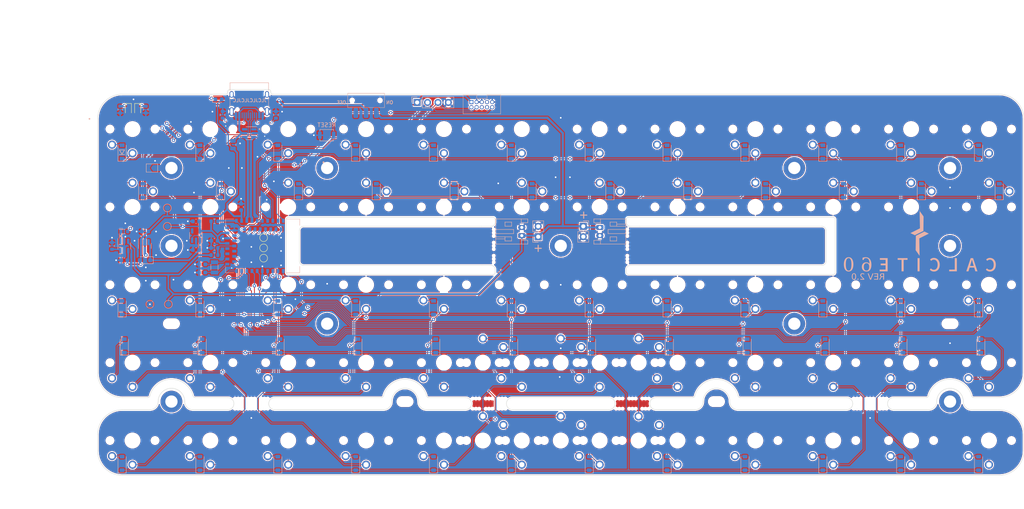
<source format=kicad_pcb>
(kicad_pcb (version 20241229) (generator "pcbnew") (generator_version "9.0")
  (title_block (title "Calcite60 Keyboard") (rev "2.0") (company "SideraKB") (comment 1 "Open source hardware, CERN-OHL-P v2") (comment 2 "Kailh Choc V1 (PG1350) Low Profile Switches"))
  (layers (0 "F.Cu" signal) (2 "B.Cu" signal) (13 "F.Paste" user) (15 "B.Paste" user) (5 "F.SilkS" user "F.Silkscreen") (7 "B.SilkS" user "B.Silkscreen") (1 "F.Mask" user) (3 "B.Mask" user) (25 "Edge.Cuts" user))
  (net 0 "")
  (net 1 "+5V")
  (net 2 "GND")
  (net 3 "ROW_0")
  (net 4 "ROW_1")
  (net 5 "ROW_2")
  (net 6 "ROW_3")
  (net 7 "ROW_4")
  (net 8 "VBUS")
  (net 9 "VDD")
  (net 10 "Net-(D2-A)")
  (net 11 "Net-(D3-A)")
  (net 12 "Net-(D4-A)")
  (net 13 "COL_0")
  (net 14 "COL_1")
  (net 15 "COL_2")
  (net 16 "COL_3")
  (net 17 "COL_4")
  (net 18 "COL_5")
  (net 19 "COL_6")
  (net 20 "COL_7")
  (net 21 "COL_8")
  (net 22 "COL_9")
  (net 23 "COL_10")
  (net 24 "COL_11")
  (net 25 "Net-(D5-A)")
  (net 26 "Net-(D6-A)")
  (net 27 "Net-(D7-A)")
  (net 28 "Net-(D8-A)")
  (net 29 "Net-(D9-A)")
  (net 30 "Net-(D10-A)")
  (net 31 "Net-(D11-A)")
  (net 32 "Net-(D12-A)")
  (net 33 "Net-(D13-A)")
  (net 34 "Net-(D14-A)")
  (net 35 "Net-(D15-A)")
  (net 36 "Net-(D16-A)")
  (net 37 "Net-(D17-A)")
  (net 38 "Net-(D18-A)")
  (net 39 "Net-(D19-A)")
  (net 40 "Net-(D20-A)")
  (net 41 "Net-(D21-A)")
  (net 42 "Net-(D22-A)")
  (net 43 "Net-(D23-A)")
  (net 44 "Net-(D24-A)")
  (net 45 "Net-(D25-A)")
  (net 46 "Net-(D26-A)")
  (net 47 "Net-(D27-A)")
  (net 48 "Net-(D28-A)")
  (net 49 "Net-(D29-A)")
  (net 50 "Net-(D30-A)")
  (net 51 "Net-(D31-A)")
  (net 52 "Net-(D32-A)")
  (net 53 "Net-(D33-A)")
  (net 54 "Net-(D34-A)")
  (net 55 "Net-(D35-A)")
  (net 56 "Net-(D36-A)")
  (net 57 "Net-(D37-A)")
  (net 58 "Net-(D38-A)")
  (net 59 "Net-(D39-A)")
  (net 60 "Net-(D40-A)")
  (net 61 "Net-(D41-A)")
  (net 62 "Net-(D42-A)")
  (net 63 "Net-(D43-A)")
  (net 64 "Net-(D44-A)")
  (net 65 "Net-(D45-A)")
  (net 66 "Net-(D46-A)")
  (net 67 "Net-(D47-A)")
  (net 68 "Net-(D48-A)")
  (net 69 "Net-(D49-A)")
  (net 70 "Net-(D50-A)")
  (net 71 "Net-(D51-A)")
  (net 72 "Net-(D52-A)")
  (net 73 "Net-(D55-A)")
  (net 74 "Net-(D56-A)")
  (net 75 "Net-(D59-A)")
  (net 76 "Net-(D60-A)")
  (net 77 "Net-(J1-CC1)")
  (net 79 "Net-(J1-CC2)")
  (net 81 "Net-(LD1-K)")
  (net 82 "Net-(SB1-A)")
  (net 83 "Net-(D53-A)")
  (net 84 "Net-(D57-A)")
  (net 85 "Net-(D58-A)")
  (net 89 "Net-(D54-A)")
  (net 90 "USB_D+")
  (net 91 "USB_D-")
  (net 92 "+BATT")
  (net 93 "Net-(Q1-D)")
  (net 94 "~{RESET}")
  (net 96 "/MCU/DCCH")
  (net 97 "SWD")
  (net 98 "SWC")
  (net 99 "Net-(D1-K)")
  (net 100 "Net-(U4-P0.00{slash}XL1)")
  (net 101 "Net-(U4-P0.01{slash}XL2)")
  (net 102 "Net-(D61-A)")
  (net 106 "Net-(LD2-K)")
  (net 107 "Net-(U2-~{CHRG})")
  (net 108 "Net-(U2-PROG)")
  (net 122 "Net-(LD3-K)")
  (net 124 "State_LED_2")
  (net 125 "State_LED_1")
  (net 127 "/MCU/Battery_sense")
  (net 129 "Net-(U4-P1.00)")
  (net 130 "Net-(U4-P1.02)")
  (net 131 "Net-(U4-P1.04)")
  (footprint "key-switches:SW_Kailh_Choc_V1_THT_nSilk" (layer "F.Cu") (at 192.64 76.912 180)
    (property "Reference" "KEY45" (hide yes))
    (property "Value" "SW_Push_45deg" (hide yes))
  )
  (footprint "key-switches:SW_Kailh_Choc_V1_THT_nSilk" (layer "F.Cu") (at 135.64 133.912)
    (property "Reference" "KEY26" (hide yes))
    (property "Value" "SW_Push_45deg" (hide yes))
  )
  (footprint "key-switches:SW_Kailh_Choc_V1_THT_nSilk" (layer "F.Cu") (at 116.64 133.912)
    (property "Reference" "KEY21" (hide yes))
    (property "Value" "SW_Push_45deg" (hide yes))
  )
  (footprint "key-switches:SW_Kailh_Choc_V1_THT_nSilk" (layer "F.Cu") (at 230.64 57.912)
    (property "Reference" "KEY54" (hide yes))
    (property "Value" "SW_Push_45deg" (hide yes))
  )
  (footprint "key-switches:SW_Kailh_Choc_V1_THT_nSilk" (layer "F.Cu") (at 173.64 95.912)
    (property "Reference" "KEY41" (hide yes))
    (property "Value" "SW_Push_45deg" (hide yes))
  )
  (footprint "key-switches:SW_Kailh_Choc_V1_THT_nSilk" (layer "F.Cu") (at 211.64 76.912 180)
    (property "Reference" "KEY50" (hide yes))
    (property "Value" "SW_Push_45deg" (hide yes))
  )
  (footprint "calcite:mouse_bite" (layer "F.Cu") (at 162.64 126.162)
    (property "Reference" "H25" (hide yes))
    (property "Value" "MountingHole" (hide yes))
  )
  (footprint "key-switches:SW_Kailh_Choc_V1_THT_nSilk" (layer "F.Cu") (at 40.64 114.912)
    (property "Reference" "KEY4" (hide yes))
    (property "Value" "SW_Push_45deg" (hide yes))
  )
  (footprint "key-switches:SW_Kailh_Choc_V1_THT_nSilk" (layer "F.Cu") (at 97.64 114.912)
    (property "Reference" "KEY19" (hide yes))
    (property "Value" "SW_Push_45deg" (hide yes))
  )
  (footprint "key-switches:SW_Kailh_Choc_V1_THT_nSilk" (layer "F.Cu") (at 249.64 114.912)
    (property "Reference" "KEY62" (hide yes))
    (property "Value" "SW_Push_45deg" (hide yes))
  )
  (footprint "key-switches:SW_Kailh_Choc_V1_THT_nSilk" (layer "F.Cu") (at 40.64 133.912)
    (property "Reference" "KEY5" (hide yes))
    (property "Value" "SW_Push_45deg" (hide yes))
  )
  (footprint "LED_SMD:LED_0603_1608Metric" (layer "F.Cu") (at 39.64 53.162 -90)
    (property "Reference" "LD2" (hide yes))
    (property "Value" "Blue")
  )
  (footprint "key-switches:SW_Kailh_Choc_V1_THT_nSilk" (layer "F.Cu") (at 59.64 133.912)
    (property "Reference" "KEY10" (hide yes))
    (property "Value" "SW_Push_45deg" (hide yes))
  )
  (footprint "key-switches:SW_Kailh_Choc_V1_THT_nSilk" (layer "F.Cu") (at 173.64 114.912)
    (property "Reference" "KEY42" (hide yes))
    (property "Value" "SW_Push_45deg" (hide yes))
  )
  (footprint "key-switches:SW_Kailh_Choc_V1_THT_nSilk" (layer "F.Cu") (at 40.64 57.912)
    (property "Reference" "KEY1" (hide yes))
    (property "Value" "SW_Push_45deg" (hide yes))
  )
  (footprint "key-switches:SW_Kailh_Choc_V1_THT_nSilk" (layer "F.Cu") (at 211.64 95.912)
    (property "Reference" "KEY51" (hide yes))
    (property "Value" "SW_Push_45deg" (hide yes))
  )
  (footprint "TestPoint:TestPoint_Pad_D1.5mm" (layer "F.Cu") (at 72.64 84.412)
    (property "Reference" "TP1" (hide yes))
    (property "Value" "TestPoint")
  )
  (footprint "key-switches:SW_Kailh_Choc_V1_THT_nSilk" (layer "F.Cu") (at 78.64 76.912 180)
    (property "Reference" "KEY12" (hide yes))
    (property "Value" "SW_Push_45deg" (hide yes))
  )
  (footprint "calcite:mouse_bite" (layer "F.Cu") (at 162.64 123.662)
    (property "Reference" "H24" (hide yes))
    (property "Value" "MountingHole" (hide yes))
  )
  (footprint "key-switches:SW_Kailh_Choc_V1_THT_nSilk" (layer "F.Cu") (at 59.64 114.912)
    (property "Reference" "KEY9" (hide yes))
    (property "Value" "SW_Push_45deg" (hide yes))
  )
  (footprint "key-switches:SW_Kailh_Choc_V1_THT_nSilk" (layer "F.Cu") (at 40.64 76.912 180)
    (property "Reference" "KEY2" (hide yes))
    (property "Value" "SW_Push_45deg" (hide yes))
  )
  (footprint "key-switches:SW_Kailh_Choc_V1_THT_nSilk" (layer "F.Cu") (at 97.64 95.912)
    (property "Reference" "KEY18" (hide yes))
    (property "Value" "SW_Push_45deg" (hide yes))
  )
  (footprint "key-switches:SW_Kailh_Choc_V1_THT_nSilk" (layer "F.Cu") (at 230.64 95.912)
    (property "Reference" "KEY56" (hide yes))
    (property "Value" "SW_Push_45deg" (hide yes))
  )
  (footprint "calcite:MountingHale_M2" (layer "F.Cu") (at 50.14 105.412)
    (property "Reference" "H13" (hide yes))
    (property "Value" "MountingHole" (hide yes))
  )
  (footprint "key-switches:SW_Kailh_Choc_V1_THT_nSilk" (layer "F.Cu") (at 154.64 57.912)
    (property "Reference" "KEY33" (hide yes))
    (property "Value" "SW_Push_45deg" (hide yes))
  )
  (footprint "key-switches:SW_Kailh_Choc_V1_THT_nSilk" (layer "F.Cu") (at 126.14 114.912 180)
    (property "Reference" "KEY64" (hide yes))
    (property "Value" "SW_Push_45deg" (hide yes))
  )
  (footprint "calcite:mouse_bite" (layer "F.Cu") (at 127.64 126.162)
    (property "Reference" "H23" (hide yes))
    (property "Value" "MountingHole" (hide yes))
  )
  (footprint "key-switches:SW_Kailh_Choc_V1_THT_nSilk" (layer "F.Cu") (at 192.64 133.912)
    (property "Reference" "KEY48" (hide yes))
    (property "Value" "SW_Push_45deg" (hide yes))
  )
  (footprint "key-switches:SW_Kailh_Choc_V1_THT_nSilk" (layer "F.Cu") (at 173.64 76.912 180)
    (property "Reference" "KEY40" (hide yes))
    (property "Value" "SW_Push_45deg" (hide yes))
  )
  (footprint "key-switches:SW_Kailh_Choc_V1_THT_nSilk" (layer "F.Cu") (at 116.64 57.912)
    (property "Reference" "KEY22" (hide yes))
    (property "Value" "SW_Push_45deg" (hide yes))
  )
  (footprint "key-switches:SW_Kailh_Choc_V1_THT_nSilk" (layer "F.Cu") (at 59.64 76.912 180)
    (property "Reference" "KEY7" (hide yes))
    (property "Value" "SW_Push_45deg" (hide yes))
  )
  (footprint "key-switches:SW_Kailh_Choc_V1_THT_nSilk" (layer "F.Cu") (at 249.64 95.912)
    (property "Reference" "KEY61" (hide yes))
    (property "Value" "SW_Push_45deg" (hide yes))
  )
  (footprint "key-switches:SW_Kailh_Choc_V1_THT_nSilk" (layer "F.Cu") (at 192.64 95.912)
    (property "Reference" "KEY46" (hide yes))
    (property "Value" "SW_Push_45deg" (hide yes))
  )
  (footprint "LED_SMD:LED_0603_1608Metric" (layer "F.Cu") (at 41.89 53.162 -90)
    (property "Reference" "LD3" (hide yes))
    (property "Value" "Blue")
  )
  (footprint "calcite:mouse_bite" (layer "F.Cu") (at 220.64 123.662)
    (property "Reference" "H18" (hide yes))
    (property "Value" "MountingHole" (hide yes))
  )
  (footprint "key-switches:SW_Kailh_Choc_V1_THT_nSilk" (layer "F.Cu") (at 78.64 114.912)
    (property "Reference" "KEY14" (hide yes))
    (property "Value" "SW_Push_45deg" (hide yes))
  )
  (footprint "key-switches:SW_Kailh_Choc_V1_THT_nSilk" (layer "F.Cu") (at 154.64 133.912)
    (property "Reference" "KEY32" (hide yes))
    (property "Value" "SW_Push_45deg" (hide yes))
  )
  (footprint "key-switches:SW_Kailh_Choc_V1_THT_nSilk" (layer "F.Cu") (at 211.64 57.912)
    (property "Reference" "KEY49" (hide yes))
    (property "Value" "SW_Push_45deg" (hide yes))
  )
  (footprint "key-switches:SW_Kailh_Choc_V1_THT_nSilk" (layer "F.Cu") (at 164.14 133.912 180)
    (property "Reference" "KEY43" (hide yes))
    (property "Value" "SW_Push_45deg" (hide yes))
  )
  (footprint "key-switches:SW_Kailh_Choc_V1_THT_nSilk" (layer "F.Cu") (at 116.64 95.912)
    (property "Reference" "KEY24" (hide yes))
    (property "Value" "SW_Push_45deg" (hide yes))
  )
  (footprint "calcite:MountingHale_M2" (layer "F.Cu") (at 183.14 124.412)
    (property "Reference" "H7" (hide yes))
    (property "Value" "MountingHole" (hide yes))
  )
  (footprint "key-switches:SW_Kailh_Choc_V1_THT_nSilk" (layer "F.Cu") (at 78.64 57.912)
    (property "Reference" "KEY11" (hide yes))
    (property "Value" "SW_Push_45deg" (hide yes))
  )
  (footprint "key-switches:SW_Kailh_Choc_V1_THT_nSilk" (layer "F.Cu") (at 145.14 133.912 180)
    (property "Reference" "KEY37" (hide yes))
    (property "Value" "SW_Push_45deg" (hide yes))
  )
  (footprint "key-switches:SW_Kailh_Choc_V1_THT_nSilk" (layer "F.Cu") (at 164.14 114.912 180)
    (property "Reference" "KEY66" (hide yes))
    (property "Value" "SW_Push_45deg" (hide yes))
  )
  (footprint "key-switches:SW_Kailh_Choc_V1_THT_nSilk" (layer "F.Cu") (at 211.64 133.912)
    (property "Reference" "KEY53" (hide yes))
    (property "Value" "SW_Push_45deg" (hide yes))
  )
  (footprint "calcite:mouse_bite" (layer "F.Cu") (at 69.64 123.662)
    (property "Reference" "H20" (hide yes))
    (property "Value" "MountingHole" (hide yes))
  )
  (footprint "calcite:MountingHale_M2" (layer "F.Cu") (at 107.14 124.412)
    (property "Reference" "H9" (hide yes))
    (property "Value" "MountingHole" (hide yes))
  )
  (footprint "key-switches:SW_Kailh_Choc_V1_THT_nSilk" (layer "F.Cu") (at 135.64 114.912)
    (property "Reference" "KEY30" (hide yes))
    (property "Value" "SW_Push_45deg" (hide yes))
  )
  (footprint "TestPoint:TestPoint_Pad_D1.5mm" (layer "F.Cu") (at 72.64 89.412)
    (property "Reference" "TP3" (hide yes))
    (property "Value" "TestPoint")
  )
  (footprint "calcite:mouse_bite" (layer "F.Cu") (at 128.79 86.412 90)
    (property "Reference" "H26" (hide yes))
    (property "Value" "MountingHole" (hide yes))
  )
  (footprint "key-switches:SW_Kailh_Choc_V1_THT_nSilk" (layer "F.Cu") (at 97.64 76.912 180)
    (property "Reference" "KEY17" (hide yes))
    (property "Value" "SW_Push_45deg" (hide yes))
  )
  (footprint "key-switches:SW_Kailh_Choc_V1_THT_nSilk" (layer "F.Cu") (at 59.64 57.912)
    (property "Reference" "KEY6" (hide yes))
    (property "Value" "SW_Push_45deg" (hide yes))
  )
  (footprint "key-switches:SW_Kailh_Choc_V1_THT_nSilk" (layer "F.Cu") (at 230.64 76.912 180)
    (property "Reference" "KEY55" (hide yes))
    (property "Value" "SW_Push_45deg" (hide yes))
  )
  (footprint "key-switches:SW_Kailh_Choc_V1_THT_nSilk" (layer "F.Cu") (at 97.64 133.912)
    (property "Reference" "KEY20" (hide yes))
    (property "Value" "SW_Push_45deg" (hide yes))
  )
  (footprint "TestPoint:TestPoint_Pad_D1.5mm" (layer "F.Cu") (at 72.64 86.912)
    (property "Reference" "TP2" (hide yes))
    (property "Value" "TestPoint")
  )
  (footprint "key-switches:SW_Kailh_Choc_V1_THT_nSilk" (layer "F.Cu") (at 59.64 95.912)
    (property "Reference" "KEY8" (hide yes))
    (property "Value" "SW_Push_45deg" (hide yes))
  )
  (footprint "calcite:mouse_bite" (layer "F.Cu") (at 69.64 126.162)
    (property "Reference" "H21" (hide yes))
    (property "Value" "MountingHole" (hide yes))
  )
  (footprint "key-switches:SW_Kailh_Choc_V1_THT_nSilk" (layer "F.Cu") (at 145.14 114.912 180)
    (property "Reference" "KEY65" (hide yes))
    (property "Value" "SW_Push_45deg" (hide yes))
  )
  (footprint "key-switches:SW_Kailh_Choc_V1_THT_nSilk" (layer "F.Cu") (at 135.64 95.912)
    (property "Reference" "KEY29" (hide yes))
    (property "Value" "SW_Push_45deg" (hide yes))
  )
  (footprint "key-switches:SW_Kailh_Choc_V1_THT_nSilk" (layer "F.Cu") (at 249.64 57.912)
    (property "Reference" "KEY59" (hide yes))
    (property "Value" "SW_Push_45deg" (hide yes))
  )
  (footprint "key-switches:SW_Kailh_Choc_V1_THT_nSilk" (layer "F.Cu") (at 154.64 114.912)
    (property "Reference" "KEY36" (hide yes))
    (property "Value" "SW_Push_45deg" (hide yes))
  )
  (footprint "key-switches:SW_Kailh_Choc_V1_THT_nSilk" (layer "F.Cu") (at 40.64 95.912)
    (property "Reference" "KEY3" (hide yes))
    (property "Value" "SW_Push_45deg" (hide yes))
  )
  (footprint "key-switches:SW_Kailh_Choc_V1_THT_nSilk" (layer "F.Cu") (at 126.14 133.912 180)
    (property "Reference" "KEY31" (hide yes))
    (property "Value" "SW_Push_45deg" (hide yes))
  )
  (footprint "key-switches:SW_Kailh_Choc_V1_THT_nSilk" (layer "F.Cu") (at 249.64 133.912)
    (property "Reference" "KEY63" (hide yes))
    (property "Value" "SW_Push_45deg" (hide yes))
  )
  (footprint "calcite:MountingHale_M2" (layer "F.Cu") (at 240.14 105.412)
    (property "Reference" "H11" (hide yes))
    (property "Value" "MountingHole" (hide yes))
  )
  (footprint "key-switches:SW_Kailh_Choc_V1_THT_nSilk" (layer "F.Cu") (at 97.64 57.912)
    (property "Reference" "KEY16" (hide yes))
    (property "Value" "SW_Push_45deg" (hide yes))
  )
  (footprint "key-switches:SW_Kailh_Choc_V1_THT_nSilk" (layer "F.Cu") (at 78.64 95.912)
    (property "Reference" "KEY13" (hide yes))
    (property "Value" "SW_Push_45deg" (hide yes))
  )
  (footprint "calcite:mouse_bite" (layer "F.Cu") (at 220.64 126.162)
    (property "Reference" "H19" (hide yes))
    (property "Value" "MountingHole" (hide yes))
  )
  (footprint "key-switches:SW_Kailh_Choc_V1_THT_nSilk" (layer "F.Cu") (at 116.64 76.912 180)
    (property "Reference" "KEY23" (hide yes))
    (property "Value" "SW_Push_45deg" (hide yes))
  )
  (footprint "key-switches:SW_Kailh_Choc_V1_THT_nSilk" (layer "F.Cu") (at 192.64 114.912)
    (property "Reference" "KEY47" (hide yes))
    (property "Value" "SW_Push_45deg" (hide yes))
  )
  (footprint "calcite:mouse_bite" (layer "F.Cu") (at 161.39 86.412 -90)
    (property "Reference" "H5" (hide yes))
    (property "Value" "MountingHole" (hide yes))
  )
  (footprint "calcite:mouse_bite" (layer "F.Cu") (at 127.64 123.662)
    (property "Reference" "H22" (hide yes))
    (property "Value" "MountingHole" (hide yes))
  )
  (footprint "key-switches:SW_Kailh_Choc_V1_THT_nSilk" (layer "F.Cu") (at 135.64 57.912)
    (property "Reference" "KEY27" (hide yes))
    (property "Value" "SW_Push_45deg" (hide yes))
  )
  (footprint "key-switches:SW_Kailh_Choc_V1_THT_nSilk" (layer "F.Cu") (at 230.64 133.912)
    (property "Reference" "KEY58" (hide yes))
    (property "Value" "SW_Push_45deg" (hide yes))
  )
  (footprint "key-switches:SW_Kailh_Choc_V1_THT_nSilk" (layer "F.Cu") (at 78.64 133.912)
    (property "Reference" "KEY15" (hide yes))
    (property "Value" "SW_Push_45deg" (hide yes))
  )
  (footprint "key-switches:SW_Kailh_Choc_V1_THT_nSilk" (layer "F.Cu") (at 249.64 76.912 180)
    (property "Reference" "KEY60" (hide yes))
    (property "Value" "SW_Push_45deg" (hide yes))
  )
  (footprint "key-switches:SW_Kailh_Choc_V1_THT_nSilk" (layer "F.Cu") (at 154.64 76.912 180)
    (property "Reference" "KEY34" (hide yes))
    (property "Value" "SW_Push_45deg" (hide yes))
  )
  (footprint "key-switches:SW_Kailh_Choc_V1_THT_nSilk" (layer "F.Cu") (at 135.64 76.912 180)
    (property "Reference" "KEY28" (hide yes))
    (property "Value" "SW_Push_45deg" (hide yes))
  )
  (footprint "key-switches:SW_Kailh_Choc_V1_THT_nSilk" (layer "F.Cu") (at 173.64 133.912)
    (property "Reference" "KEY38" (hide yes))
    (property "Value" "SW_Push_45deg" (hide yes))
  )
  (footprint "key-switches:SW_Kailh_Choc_V1_THT_nSilk" (layer "F.Cu") (at 192.64 57.912)
    (property "Reference" "KEY44" (hide yes))
    (property "Value" "SW_Push_45deg" (hide yes))
  )
  (footprint "key-switches:SW_Kailh_Choc_V1_THT_nSilk" (layer "F.Cu") (at 154.64 95.912)
    (property "Reference" "KEY35" (hide yes))
    (property "Value" "SW_Push_45deg" (hide yes))
  )
  (footprint "key-switches:SW_Kailh_Choc_V1_THT_nSilk" (layer "F.Cu") (at 211.64 114.912)
    (property "Reference" "KEY52" (hide yes))
    (property "Value" "SW_Push_45deg" (hide yes))
  )
  (footprint "key-switches:SW_Kailh_Choc_V1_THT_nSilk" (layer "F.Cu") (at 230.64 114.912)
    (property "Reference" "KEY57" (hide yes))
    (property "Value" "SW_Push_45deg" (hide yes))
  )
  (footprint "key-switches:SW_Kailh_Choc_V1_THT_nSilk" (layer "F.Cu") (at 173.64 57.912)
    (property "Reference" "KEY39" (hide yes))
    (property "Value" "SW_Push_45deg" (hide yes))
  )
  (footprint "key-switches:SW_Kailh_Choc_V1_THT_nSilk" (layer "F.Cu") (at 116.64 114.912)
    (property "Reference" "KEY25" (hide yes))
    (property "Value" "SW_Push_45deg" (hide yes))
  )
  (footprint "Diode_SMD:D_SOD-123" (layer "B.Cu") (at 95.1 101.5 90)
    (property "Reference" "D19" (hide yes))
    (property "Value" "1N4148")
  )
  (footprint "Resistor_SMD:R_0603_1608Metric" (layer "B.Cu") (at 60.64 80.412)
    (property "Reference" "R7" (hide yes))
    (property "Value" "10k")
  )
  (footprint "Diode_SMD:D_SOD-123" (layer "B.Cu") (at 176.14 72.912 90)
    (property "Reference" "D38" (hide yes))
    (property "Value" "1N4148")
  )
  (footprint "Diode_SMD:D_SOD-123" (layer "B.Cu") (at 171.1 139.5 90)
    (property "Reference" "D41" (hide yes))
    (property "Value" "1N4148")
  )
  (footprint "Diode_SMD:D_SOD-123" (layer "B.Cu") (at 214.14 72.912 90)
    (property "Reference" "D48" (hide yes))
    (property "Value" "1N4148")
  )
  (footprint "Resistor_SMD:R_0603_1608Metric" (layer "B.Cu") (at 35.64 86.412 90)
    (property "Reference" "R4" (hide yes))
    (property "Value" "5.1k")
  )
  (footprint "Package_TO_SOT_SMD:SOT-23-5" (layer "B.Cu") (at 56.14 83.912 90)
    (property "Reference" "U3" (hide yes))
    (property "Value" "RT9013-33GB" (hide yes))
  )
  (footprint "Connector_JST:JST_PH_S2B-PH-K_1x02_P2.00mm_Horizontal" (layer "B.Cu") (at 135.64 83.912 90)
    (property "Reference" "J5" (hide yes))
    (property "Value" "Conn_01x02")
  )
  (footprint "Diode_SMD:D_SOD-123" (layer "B.Cu") (at 195.14 72.912 90)
    (property "Reference" "D43" (hide yes))
    (property "Value" "1N4148")
  )
  (footprint "Package_TO_SOT_SMD:SOT-23-5" (layer "B.Cu") (at 38.64 86.412 -90)
    (property "Reference" "U2" (hide yes))
    (property "Value" "TP4054")
  )
  (footprint "Resistor_SMD:R_0603_1608Metric" (layer "B.Cu") (at 37.64 53.162 -90)
    (property "Reference" "R6" (hide yes))
    (property "Value" "1k")
  )
  (footprint "calcite:MountingWuerth_M2" (layer "B.Cu") (at 50.14 86.412 180)
    (property "Reference" "H17" (hide yes))
    (property "Value" "MountingHole" (hide yes))
  )
  (footprint "Diode_SMD:D_SOD-123" (layer "B.Cu") (at 76.1 63.5 90)
    (property "Reference" "D12" (hide yes))
    (property "Value" "1N4148")
  )
  (footprint "LOGO" (layer "B.Cu") (at 232.004521 95.728792 180)
    (property "Reference" "G***" (hide yes))
    (property "Value" "LOGO" (hide yes))
  )
  (footprint "Capacitor_SMD:C_0603_1608Metric" (layer "B.Cu") (at 57.64 90.912)
    (property "Reference" "C5" (hide yes))
    (property "Value" "12pF")
  )
  (footprint "LED_SMD:LED_0603_1608Metric" (layer "B.Cu") (at 61.64 50.662)
    (property "Reference" "LD1" (hide yes))
    (property "Value" "Blue")
  )
  (footprint "calcite:MountingWuerth_M2" (layer "B.Cu") (at 202.14 67.412 180)
    (property "Reference" "H14" (hide yes))
    (property "Value" "MountingHole" (hide yes))
  )
  (footprint "Capacitor_SMD:C_0603_1608Metric" (layer "B.Cu") (at 60.64 85.162 180)
    (property "Reference" "C6" (hide yes))
    (property "Value" "10uF")
  )
  (footprint "Diode_SMD:D_SOD-123" (layer "B.Cu") (at 119.14 72.912 90)
    (property "Reference" "D23" (hide yes))
    (property "Value" "1N4148")
  )
  (footprint "Diode_SMD:D_SOD-123" (layer "B.Cu") (at 133.1 63.5 90)
    (property "Reference" "D27" (hide yes))
    (property "Value" "1N4148")
  )
  (footprint "Diode_SMD:D_SOD-123" (layer "B.Cu") (at 190.1 101.5 90)
    (property "Reference" "D44" (hide yes))
    (property "Value" "1N4148")
  )
  (footprint "Diode_SMD:D_SOD-123" (layer "B.Cu") (at 228.1 63.5 90)
    (property "Reference" "D52" (hide yes))
    (property "Value" "1N4148")
  )
  (footprint "Crystal:Crystal_SMD_3215-2Pin_3.2x1.5mm" (layer "B.Cu") (at 60.64 91.662 90)
    (property "Reference" "Y1" (hide yes))
    (property "Value" "32.768kHz")
  )
  (footprint "Diode_SMD:D_SOD-123" (layer "B.Cu") (at 57.1 63.5 90)
    (property "Reference" "D7" (hide yes))
    (property "Value" "1N4148")
  )
  (footprint "Diode_SMD:D_SOD-123" (layer "B.Cu") (at 247.1 63.5 90)
    (property "Reference" "D57" (hide yes))
    (property "Value" "1N4148")
  )
  (footprint "Package_TO_SOT_SMD:SOT-23" (layer "B.Cu") (at 43.64 86.412 -90)
    (property "Reference" "Q1" (hide yes))
    (property "Value" "AO3407")
  )
  (footprint "Button_Switch_SMD:SW_SPST_B3U-1000P" (layer "B.Cu") (at 88.04 59.412)
    (property "Reference" "SW2" (hide yes))
    (property "Value" "RESET")
  )
  (footprint "calcite:9_3.5_3.5 Switch" (layer "B.Cu") (at 97.64 50.912 180)
    (property "Reference" "SW1" (hide yes))
    (property "Value" "SW_DPDT_x2" (hide yes))
  )
  (footprint "Diode_SMD:D_SOD-123" (layer "B.Cu") (at 38.64 110.812 90)
    (property "Reference" "D5" (hide yes))
    (property "Value" "1N4148")
  )
  (footprint "TestPoint:TestPoint_Pad_D1.5mm" (layer "B.Cu") (at 49.14 81.662 -90)
    (property "Reference" "TP5" (hide yes))
    (property "Value" "TestPoint")
  )
  (footprint "calcite:MountingWuerth_M2" (layer "B.Cu") (at 202.14 105.412 180)
    (property "Reference" "H12" (hide yes))
    (property "Value" "MountingHole" (hide yes))
  )
  (footprint "Diode_SMD:D_SOD-123" (layer "B.Cu") (at 133.64 110.812 90)
    (property "Reference" "D30" (hide yes))
    (property "Value" "1N4148")
  )
  (footprint "calcite:MountingWuerth_M2" (layer "B.Cu") (at 88.14 67.412 180)
    (property "Reference" "H16" (hide yes))
    (property "Value" "MountingHole" (hide yes))
  )
  (footprint "calcite:MountingWuerth_M2" (layer "B.Cu") (at 50.14 124.412 180)
    (property "Reference" "H2" (hide yes))
    (property "Value" "MountingHole" (hide yes))
  )
  (footprint "Diode_SMD:D_SOD-123" (layer "B.Cu") (at 138.14 72.912 90)
    (property "Reference" "D28" (hide yes))
    (property "Value" "1N4148")
  )
  (footprint "Diode_SMD:D_SOD-123" (layer "B.Cu") (at 57.1 101.5 90)
    (property "Reference" "D9" (hide yes))
    (property "Value" "1N4148")
  )
  (footprint "Connector_USB:USB_C_Receptacle_HRO_TYPE-C-31-M-12" (layer "B.Cu") (at 69.14 50.512)
    (property "Reference" "J1" (hide yes))
    (property "Value" "USB_C_Receptacle_USB2.0")
  )
  (footprint "Diode_SMD:D_SOD-123" (layer "B.Cu") (at 133.1 139.5 90)
    (property "Reference" "D31" (hide yes))
    (property "Value" "1N4148")
  )
  (footprint "Package_TO_SOT_SMD:SOT-23-6" (layer "B.Cu") (at 69.14 58.912 180)
    (property "Reference" "U1" (hide yes))
    (property "Value" "SRV05-4")
  )
  (footprint "Diode_SMD:D_SOD-123" (layer "B.Cu") (at 38.1 101.5 90)
    (property "Reference" "D4" (hide yes))
    (property "Value" "1N4148")
  )
  (footprint "Resistor_SMD:R_0603_1608Metric" (layer "B.Cu") (at 43.89 53.162 -90)
    (property "Reference" "R8" (hide yes))
    (property "Value" "1k")
  )
  (footprint "Jumper:SolderJumper-2_P1.3mm_Open_TrianglePad1.0x1.5mm" (layer "B.Cu") (at 45.39 67.412 180)
    (property "Reference" "SB1" (hide yes))
    (property "Value" "SolderJumper_2_Open")
  )
  (footprint "Resistor_SMD:R_0603_1608Metric" (layer "B.Cu") (at 38.64 82.912 180)
    (property "Reference" "R3" (hide yes))
    (property "Value" "1k")
  )
  (footprint "Diode_SMD:D_SOD-123" (layer "B.Cu") (at 171.64 110.812 90)
    (property "Reference" "D40" (hide yes))
    (property "Value" "1N4148")
  )
  (footprint "Diode_SMD:D_SOD-123" (layer "B.Cu") (at 233.14 72.912 90)
    (property "Reference" "D53" (hide yes))
    (property "Value" "1N4148")
  )
  (footprint "Diode_SMD:D_SOD-123" (layer "B.Cu") (at 57.1 139.5 90)
    (property "Reference" "D11" (hide yes))
    (property "Value" "1N4148")
  )
  (footprint "Diode_SMD:D_SOD-123" (layer "B.Cu") (at 114.1 101.5 90)
    (property "Reference" "D24" (hide yes))
    (property "Value" "1N4148")
  )
  (footprint "Diode_SMD:D_SOD-123" (layer "B.Cu") (at 190.1 63.5 90)
    (property "Reference" "D42" (hide yes))
    (property "Value" "1N4148")
  )
  (footprint "Diode_SMD:D_SOD-123" (layer "B.Cu") (at 247.64 110.812 90)
    (property "Reference" "D60" (hide yes))
    (property "Value" "1N4148")
  )
  (footprint "TestPoint:TestPoint_Pad_D1.5mm" (layer "B.Cu") (at 49.14 77.162 180)
    (property "Reference" "TP7" (hide yes))
    (property "Value" "TestPoint")
  )
  (footprint "Diode_SMD:D_SOD-123" (layer "B.Cu") (at 171.1 63.5 90)
    (property "Reference" "D37" (hide yes))
    (property "Value" "1N4148")
  )
  (footprint "Diode_SMD:D_SOD-123" (layer "B.Cu") (at 209.1 101.5 90)
    (property "Reference" "D49" (hide yes))
    (property "Value" "1N4148")
  )
  (footprint "Resistor_SMD:R_0603_1608Metric" (layer "B.Cu") (at 60.64 88.662)
    (property "Reference" "R10" (hide yes))
    (property "Value" "820k")
  )
  (footprint "Resistor_SMD:R_0603_1608Metric" (layer "B.Cu") (at 75.64 54.412 90)
    (property "Reference" "R2" (hide yes))
    (property "Value" "5.1k")
  )
  (footprint "TestPoint:TestPoint_Pad_D1.5mm" (layer "B.Cu") (at 44.89 100.662 -90)
    (property "Reference" "TP6" (hide yes))
    (property "Value" "TestPoint")
  )
  (footprint "Connector_JST:JST_PH_S2B-PH-K_1x02_P2.00mm_Horizontal" (layer "B.Cu") (at 154.69 81.912 -90)
    (property "Reference" "J3" (hide yes))
    (property "Value" "Conn_01x02")
  )
  (footprint "Diode_SMD:D_SOD-123" (layer "B.Cu") (at 100.14 72.912 90)
    (property "Reference" "D18" (hide yes))
    (property "Value" "1N4148")
  )
  (footprint "Capacitor_SMD:C_0603_1608Metric" (layer "B.Cu") (at 67.14 76.912 90)
    (property "Reference" "C7" (hide yes))
    (property "Value" "10uF")
  )
  (footprint "Diode_SMD:D_SOD-123" (layer "B.Cu") (at 95.64 110.812 90)
    (property "Reference" "D20" (hide yes))
    (property "Value" "1N4148")
  )
  (footprint "calcite:MountingWuerth_M2" (layer "B.Cu") (at 240.14 67.412 180)
    (property "Reference" "H4" (hide yes))
    (property "Value" "MountingHole" (hide yes))
  )
  (footprint "Diode_SMD:D_SOD-123" (layer "B.Cu") (at 152.1 63.5 90)
    (property "Reference" "D32" (hide yes))
    (property "Value" "1N4148")
  )
  (footprint "Capacitor_SMD:C_0603_1608Metric" (layer "B.Cu") (at 56.14 87.412 180)
    (property "Reference" "C2" (hide yes))
    (property "Value" "1uF")
  )
  (footprint "Diode_SMD:D_SOD-123" (layer "B.Cu") (at 62.14 72.912 90)
    (property "Reference" "D8" (hide yes))
    (property "Value" "1N4148")
  )
  (footprint "Diode_SMD:D_SOD-123" (layer "B.Cu") (at 76.1 101.5 90)
    (property "Reference" "D14" (hide yes))
    (property "Value" "1N4148")
  )
  (footprint "Diode_SMD:D_SOD-123" (layer "B.Cu") (at 252.14 72.912 90)
    (property "Reference" "D58" (hide yes))
    (property "Value" "1N4148")
  )
  (footprint "calcite:MountingWuerth_M2" (layer "B.Cu") (at 145.14 86.412 180)
    (property "Reference" "H8" (hide yes))
    (property "Value" "MountingHole" (hide yes))
  )
  (footprint "Diode_SMD:D_SOD-123" (layer "B.Cu") (at 95.1 63.5 90)
    (property "Reference" "D17" (hide yes))
    (property "Value" "1N4148")
  )
  (footprint "Connector_PinHeader_2.54mm:PinHeader_1x02_P2.54mm_Vertical" (layer "B.Cu") (at 139.64 84.187)
    (property "Reference" "J4" (hide yes))
    (property "Value" "Conn_01x02")
  )
  (footprint "Diode_SMD:D_SOD-123" (layer "B.Cu") (at 81.14 72.912 90)
    (property "Reference" "D13" (hide yes))
    (property "Value" "1N4148")
  )
  (footprint "Diode_SMD:D_SOD-123" (layer "B.Cu") (at 76.1 139.5 90)
    (property "Reference" "D16" (hide yes))
    (property "Value" "1N4148")
  )
  (footprint "Diode_SMD:D_SOD-123" (layer "B.Cu") (at 171.1 101.5 90)
    (property "Reference" "D39" (hide yes))
    (property "Value" "1N4148")
  )
  (footprint "Resistor_SMD:R_0603_1608Metric" (layer "B.Cu") (at 62.64 54.412 90)
    (property "Reference" "R1" (hide yes))
    (property "Value" "5.1k")
  )
  (footprint "calcite:MountingWuerth_M2" (layer "B.Cu") (at 240.14 86.412 180)
    (property "Reference" "H15" (hide yes))
    (property "Value" "MountingHole" (hide yes))
  )
  (footprint "Diode_SMD:D_SOD-323_HandSoldering" (layer "B.Cu") (at 43.7025 89.912 180)
    (property "Reference" "D1" (hide yes))
    (property "Value" "1N5819")
  )
  (footprint "Diode_SMD:D_SOD-123" (layer "B.Cu") (at 190.1 139.5 90)
    (property "Reference" "D46" (hide yes))
    (property "Value" "1N4148")
  )
  (footprint "Diode_SMD:D_SOD-123" (layer "B.Cu") (at 38.1 63.5 90)
    (property "Reference" "D2" (hide yes))
    (property "Value" "1N4148")
  )
  (footprint "Diode_SMD:D_SOD-123" (layer "B.Cu") (at 228.1 139.5 90)
    (property "Reference" "D56" (hide yes))
    (property "Value" "1N4148")
  )
  (footprint "Diode_SMD:D_SOD-123" (layer "B.Cu") (at 228.64 110.812 90)
    (property "Reference" "D55" (hide yes))
    (property "Value" "1N4148")
  )
  (footprint "Capacitor_SMD:C_0603_1608Metric" (layer "B.Cu") (at 57.64 92.912 180)
    (property "Reference" "C4" (hide yes))
    (property "Value" "12pF")
  )
  (footprint "Diode_SMD:D_SOD-123" (layer "B.Cu") (at 152.64 110.812 90)
    (property "Reference" "D35" (hide yes))
    (property "Value" "1N4148")
  )
  (footprint "Resistor_SMD:R_0603_1608Metric" (layer "B.Cu") (at 60.64 86.912 180)
    (property "Reference" "R9" (hide yes))
    (property "Value" "2M")
  )
  (footprint "Capacitor_SMD:C_0603_1608Metric" (layer "B.Cu") (at 38.64 89.912 180)
    (property "Reference" "C1" (hide yes))
    (property "Value" "1uF")
  )
  (footprint "Diode_SMD:D_SOD-123" (layer "B.Cu") (at 247.1 101.5 90)
    (property "Reference" "D59" (hide yes))
    (property "Value" "1N4148")
  )
  (footprint "Diode_SMD:D_SOD-123" (layer "B.Cu") (at 114.1 63.5 90)
    (property "Reference" "D22" (hide yes))
    (property "Value" "1N4148")
  )
  (footprint "Diode_SMD:D_SOD-123" (layer "B.Cu") (at 209.64 110.812 90)
    (property "Reference" "D50" (hide yes))
    (property "Value" "1N4148")
  )
  (footprint "Diode_SMD:D_SOD-123" (layer "B.Cu") (at 152.1 139.5 90)
    (property "Reference" "D36" (hide yes))
    (property "Value" "1N4148")
  )
  (footprint "Diode_SMD:D_SOD-123" (layer "B.Cu") (at 57.64 110.812 90)
    (property "Reference" "D10" (hide yes))
    (property "Value" "1N4148")
  )
  (footprint "calcite:MountingWuerth_M2" (layer "B.Cu") (at 88.14 105.412 180)
    (property "Reference" "H10" (hide yes))
    (property "Value" "MountingHole" (hide yes))
  )
  (footprint "Connector_PinHeader_2.54mm:PinHeader_1x04_P2.54mm_Vertical" (layer "B.Cu") (at 110.1 51.412 -90)
    (property "Reference" "J6" (hide yes))
    (property "Value" "Conn_01x04")
  )
  (footprint "TestPoint:TestPoint_Pad_D1.5mm" (layer "B.Cu") (at 49.39 100.662 -90)
    (property "Reference" "TP4" (hide yes))
    (property "Value" "TestPoint")
  )
  (footprint "Diode_SMD:D_SOD-123" (layer "B.Cu") (at 114.64 110.812 90)
    (property "Reference" "D25" (hide yes))
    (property "Value" "1N4148")
  )
  (footprint "calcite:E73-2G4M08S1C nRF52840 (PCBA soldering)" (layer "B.Cu") (at 72.39 86.412)
    (property "Reference" "U4" (hide yes))
    (property "Value" "E73-2G4M08S1C")
  )
  (footprint "Diode_SMD:D_SOD-123" (layer "B.Cu") (at 76.64 110.812 90)
    (property "Reference" "D15" (hide yes))
    (property "Value" "1N4148")
  )
  (footprint "Diode_SMD:D_SOD-123" (layer "B.Cu") (at 190.64 110.812 90)
    (property "Reference" "D45" (hide yes))
    (property "Value" "1N4148")
  )
  (footprint "Resistor_SMD:R_0603_1608Metric" (layer "B.Cu") (at 43.7025 82.912 180)
    (property "Reference" "R5" (hide yes))
    (property "Value" "100k")
  )
  (footprint "calcite:MountingWuerth_M2" (layer "B.Cu") (at 240.14 124.412 180)
    (property "Reference" "H6" (hide yes))
    (property "Value" "MountingHole" (hide yes))
  )
  (footprint "Capacitor_SMD:C_0603_1608Metric" (layer "B.Cu") (at 56.14 80.412 180)
    (property "Reference" "C3" (hide yes))
    (property "Value" "1uF")
  )
  (footprint "Diode_SMD:D_SOD-123" (layer "B.Cu") (at 247.1 139.5 90)
    (property "Reference" "D61" (hide yes))
    (property "Value" "1N4148")
  )
  (footprint "Diode_SMD:D_SOD-123" (layer "B.Cu") (at 133.1 101.5 90)
    (property "Reference" "D29" (hide yes))
    (property "Value" "1N4148")
  )
  (footprint "Diode_SMD:D_SOD-123" (layer "B.Cu") (at 228.1 101.5 90)
    (property "Reference" "D54" (hide yes))
    (property "Value" "1N4148")
  )
  (footprint "Diode_SMD:D_SOD-123" (layer "B.Cu") (at 43.14 72.912 90)
    (property "Reference" "D3" (hide yes))
    (property "Value" "1N4148")
  )
  (footprint "Diode_SMD:D_SOD-123" (layer "B.Cu") (at 209.1 63.5 90)
    (property "Reference" "D47" (hide yes))
    (property "Value" "1N4148")
  )
  (footprint "Diode_SMD:D_SOD-123" (layer "B.Cu") (at 38.1 139.5 90)
    (property "Reference" "D6" (hide yes))
    (property "Value" "1N4148")
  )
  (footprint "Connector_PinHeader_2.54mm:PinHeader_1x02_P2.54mm_Vertical" (layer "B.Cu") (at 150.64 81.637 180)
    (property "Reference" "J2" (hide yes))
    (property "Value" "Conn_01x02")
  )
  (footprint "Fuse:Fuse_0805_2012Metric" (layer "B.Cu") (at 65.16 61.731 -90)
    (property "Reference" "F1" (hide yes))
    (property "Value" "500mA, 6V")
  )
  (footprint "calcite:MountingWuerth_M2" (layer "B.Cu") (at 50.14 67.412 180)
    (property "Reference" "H1" (hide yes))
    (property "Value" "MountingHole" (hide yes))
  )
  (footprint "Diode_SMD:D_SOD-123" (layer "B.Cu") (at 114.1 139.5 90)
    (property "Reference" "D26" (hide yes))
    (property "Value" "1N4148")
  )
  (footprint "Diode_SMD:D_SOD-123" (layer "B.Cu") (at 152.1 101.5 90)
    (property "Reference" "D34" (hide yes))
    (property "Value" "1N4148")
  )
  (footprint "calcite:10pin SWD" (layer "B.Cu") (at 125.89 51.912 -90)
    (property "Reference" "J7" (hide yes))
    (property "Value" "Conn_02x05_Counter_Clockwise")
  )
  (footprint "Diode_SMD:D_SOD-123" (layer "B.Cu") (at 157.14 72.912 90)
    (property "Reference" "D33" (hide yes))
    (property "Value" "1N4148")
  )
  (footprint "Diode_SMD:D_SOD-123" (layer "B.Cu") (at 95.1 139.5 90)
    (property "Reference" "D21" (hide yes))
    (property "Value" "1N4148")
  )
  (footprint "Diode_SMD:D_SOD-123" (layer "B.Cu") (at 209.1 139.5 90)
    (property "Reference" "D51" (hide yes))
    (property "Value" "1N4148")
  )
  (gr_circle (center 57.14 86.212) (end 57.34 86.212) (fill yes) (layer "B.SilkS"))
  (gr_circle (center 71.64 57.912) (end 71.84 57.912) (fill yes) (layer "B.SilkS"))
  (gr_circle (center 42.74 84.112) (end 42.94 84.112) (fill yes) (layer "B.SilkS"))
  (gr_line (start 38.70215 64.137932) (end 37.43215 64.137932) (stroke (width 0.15)) (layer "B.SilkS"))
  (gr_circle (center 37.64 84.012) (end 37.84 84.012) (fill yes) (layer "B.SilkS"))
  (gr_circle (center 77.44 93.612) (end 77.64 93.612) (fill yes) (layer "B.SilkS"))
  (gr_circle (center 30.14 55.412) (end 30.34 55.412) (fill yes) (layer "B.SilkS"))
  (gr_poly (pts (xy 38.06715 64.010932) (xy 38.70215 62.994932) (xy 37.43215 62.994932)) (stroke (width 0.15)) (fill no) (layer "B.SilkS"))
  (gr_poly (pts (xy 231.802685 83.942024) (xy 231.749731 87.472692) (xy 232.715615 88.838964) (xy 232.64 84.586645) (xy 234.97278 83.427862) (xy 233.890585 82.912)) (fill yes) (layer "B.SilkS"))
  (gr_poly (pts (xy 232.802268 82.130465) (xy 230.472121 83.294536) (xy 231.555484 83.807942) (xy 233.641042 82.773185) (xy 233.685988 79.242406) (xy 232.71701 77.878327)) (fill yes) (layer "B.SilkS"))
  (gr_circle (center 87.25584 66.041871) (end 87.50584 66.041871) (fill yes) (layer "B.SilkS"))
  (gr_line (start 245.39 126.412) (end 252.14 126.412) (stroke (width 0.1)) (layer "Edge.Cuts"))
  (gr_line (start 101.39 123.411999) (end 75.39 123.412) (stroke (width 0.1)) (layer "Edge.Cuts"))
  (gr_line (start 63.89 48.762) (end 63.89 48.912) (stroke (width 0.1)) (layer "Edge.Cuts"))
  (gr_arc (start 74.89 49.412) (mid 74.536447 49.265553) (end 74.39 48.912) (stroke (width 0.1)) (layer "Edge.Cuts"))
  (gr_line (start 214.89 123.412) (end 188.889999 123.412) (stroke (width 0.1)) (layer "Edge.Cuts"))
  (gr_line (start 226.39 126.412) (end 234.89 126.412) (stroke (width 0.1)) (layer "Edge.Cuts"))
  (gr_arc (start 236.89 124.412) (mid 240.14 121.162) (end 243.39 124.412) (stroke (width 0.1)) (layer "Edge.Cuts"))
  (gr_line (start 258.14 117.412) (end 258.14 55.412) (stroke (width 0.1)) (layer "Edge.Cuts"))
  (gr_arc (start 44.89 122.912) (mid 50.14 118.951918) (end 55.39 122.912) (stroke (width 0.1)) (layer "Edge.Cuts"))
  (gr_arc (start 121.89 123.412) (mid 123.39 124.912) (end 121.89 126.412) (stroke (width 0.1)) (layer "Edge.Cuts"))
  (gr_arc (start 38.14 142.412) (mid 33.897359 140.654641) (end 32.14 136.412) (stroke (width 0.1)) (layer "Edge.Cuts"))
  (gr_arc (start 82.39 91.162) (mid 81.682893 90.869107) (end 81.39 90.162) (stroke (width 0.1)) (layer "Edge.Cuts"))
  (gr_arc (start 177.89 122.912) (mid 183.14 118.951918) (end 188.39 122.912) (stroke (width 0.1)) (layer "Edge.Cuts"))
  (gr_line (start 258.14 132.412) (end 258.14 136.412) (stroke (width 0.1)) (layer "Edge.Cuts"))
  (gr_arc (start 234.89 122.912) (mid 234.743553 123.265553) (end 234.39 123.411999) (stroke (width 0.1)) (layer "Edge.Cuts"))
  (gr_line (start 129.14 92.912) (end 129.14 92.162) (stroke (width 0.1)) (layer "Edge.Cuts"))
  (gr_line (start 32.14 55.412) (end 32.14 117.412) (stroke (width 0.1)) (layer "Edge.Cuts"))
  (gr_line (start 63.39 49.412) (end 38.14 49.412) (stroke (width 0.1)) (layer "Edge.Cuts"))
  (gr_arc (start 101.89 122.912) (mid 107.14 118.951918) (end 112.39 122.912) (stroke (width 0.1)) (layer "Edge.Cuts"))
  (gr_line (start 164.39 91.162) (end 208.89 91.162) (stroke (width 0.1)) (layer "Edge.Cuts"))
  (gr_arc (start 161.64 93.412) (mid 161.286447 93.265553) (end 161.14 92.912) (stroke (width 0.1)) (layer "Edge.Cuts"))
  (gr_line (start 161.14 92.162) (end 161.14 92.912) (stroke (width 0.1)) (layer "Edge.Cuts"))
  (gr_arc (start 245.889999 123.412) (mid 245.536446 123.265553) (end 245.39 122.912) (stroke (width 0.1)) (layer "Edge.Cuts"))
  (gr_line (start 161.14 79.912) (end 161.14 80.662) (stroke (width 0.1)) (layer "Edge.Cuts"))
  (gr_line (start 125.89 81.662) (end 82.39 81.662) (stroke (width 0.1)) (layer "Edge.Cuts"))
  (gr_arc (start 112.889999 123.412) (mid 112.536446 123.265553) (end 112.39 122.912) (stroke (width 0.1)) (layer "Edge.Cuts"))
  (gr_arc (start 81.39 82.662) (mid 81.682893 81.954893) (end 82.39 81.662) (stroke (width 0.1)) (layer "Edge.Cuts"))
  (gr_line (start 234.39 123.411999) (end 226.39 123.412) (stroke (width 0.1)) (layer "Edge.Cuts"))
  (gr_arc (start 63.89 123.412) (mid 65.39 124.912) (end 63.89 126.412) (stroke (width 0.1)) (layer "Edge.Cuts"))
  (gr_arc (start 46.89 124.412) (mid 46.304214 125.826214) (end 44.89 126.412) (stroke (width 0.1)) (layer "Edge.Cuts"))
  (gr_arc (start 63.89 48.912) (mid 63.743553 49.265553) (end 63.39 49.412) (stroke (width 0.1)) (layer "Edge.Cuts"))
  (gr_arc (start 32.14 132.412) (mid 33.897359 128.169359) (end 38.14 126.412) (stroke (width 0.1)) (layer "Edge.Cuts"))
  (gr_line (start 164.39 91.162) (end 162.14 91.162) (stroke (width 0.1)) (layer "Edge.Cuts"))
  (gr_line (start 78.14 79.912) (end 78.14 92.912) (stroke (width 0.1)) (layer "Edge.Cuts"))
  (gr_line (start 129.14 80.662) (end 129.14 79.912) (stroke (width 0.1)) (layer "Edge.Cuts"))
  (gr_line (start 156.89 123.412) (end 133.39 123.412) (stroke (width 0.1)) (layer "Edge.Cuts"))
  (gr_arc (start 133.39 126.412) (mid 131.89 124.912) (end 133.39 123.412) (stroke (width 0.1)) (layer "Edge.Cuts"))
  (gr_arc (start 128.64 79.412) (mid 128.993553 79.558447) (end 129.14 79.912) (stroke (width 0.1)) (layer "Edge.Cuts"))
  (gr_arc (start 156.89 123.412) (mid 158.39 124.912) (end 156.89 126.412) (stroke (width 0.1)) (layer "Edge.Cuts"))
  (gr_arc (start 78.64 93.412) (mid 78.286447 93.265553) (end 78.14 92.912) (stroke (width 0.1)) (layer "Edge.Cuts"))
  (gr_arc (start 112.39 126.412) (mid 110.975786 125.826214) (end 110.39 124.412) (stroke (width 0.1)) (layer "Edge.Cuts"))
  (gr_arc (start 161.14 79.912) (mid 161.286447 79.558447) (end 161.64 79.412) (stroke (width 0.1)) (layer "Edge.Cuts"))
  (gr_arc (start 129.14 80.662) (mid 128.847107 81.369107) (end 128.14 81.662) (stroke (width 0.1)) (layer "Edge.Cuts"))
  (gr_arc (start 103.89 124.412) (mid 107.14 121.162) (end 110.39 124.412) (stroke (width 0.1)) (layer "Edge.Cuts"))
  (gr_arc (start 211.64 79.412) (mid 211.993553 79.558447) (end 212.14 79.912) (stroke (width 0.1)) (layer "Edge.Cuts"))
  (gr_arc (start 162.14 81.662) (mid 161.432893 81.369107) (end 161.14 80.662) (stroke (width 0.1)) (layer "Edge.Cuts"))
  (gr_arc (start 128.14 91.162) (mid 128.847107 91.454893) (end 129.14 92.162) (stroke (width 0.1)) (layer "Edge.Cuts"))
  (gr_line (start 209.89 90.162) (end 209.89 82.662) (stroke (width 0.1)) (layer "Edge.Cuts"))
  (gr_arc (start 55.889999 123.412) (mid 55.536446 123.265553) (end 55.39 122.912) (stroke (width 0.1)) (layer "Edge.Cuts"))
  (gr_arc (start 44.89 122.912) (mid 44.743553 123.265553) (end 44.39 123.411999) (stroke (width 0.1)) (layer "Edge.Cuts"))
  (gr_line (start 38.14 142.412) (end 252.14 142.412) (stroke (width 0.1)) (layer "Edge.Cuts"))
  (gr_arc (start 188.889999 123.412) (mid 188.536446 123.265553) (end 188.39 122.912) (stroke (width 0.1)) (layer "Edge.Cuts"))
  (gr_arc (start 252.14 49.412) (mid 256.382641 51.169359) (end 258.14 55.412) (stroke (width 0.1)) (layer "Edge.Cuts"))
  (gr_line (start 75.39 126.412) (end 101.89 126.412) (stroke (width 0.1)) (layer "Edge.Cuts"))
  (gr_arc (start 236.89 124.412) (mid 236.304214 125.826214) (end 234.89 126.412) (stroke (width 0.1)) (layer "Edge.Cuts"))
  (gr_arc (start 32.14 55.412) (mid 33.897359 51.169359) (end 38.14 49.412) (stroke (width 0.1)) (layer "Edge.Cuts"))
  (gr_line (start 55.39 126.412) (end 63.89 126.412) (stroke (width 0.1)) (layer "Edge.Cuts"))
  (gr_arc (start 46.89 124.412) (mid 50.14 121.162) (end 53.39 124.412) (stroke (width 0.1)) (layer "Edge.Cuts"))
  (gr_arc (start 168.39 126.412) (mid 166.89 124.912) (end 168.39 123.412) (stroke (width 0.1)) (layer "Edge.Cuts"))
  (gr_line (start 188.39 126.412) (end 214.89 126.412) (stroke (width 0.1)) (layer "Edge.Cuts"))
  (gr_arc (start 101.89 122.912) (mid 101.743553 123.265553) (end 101.39 123.411999) (stroke (width 0.1)) (layer "Edge.Cuts"))
  (gr_arc (start 103.89 124.412) (mid 103.304214 125.826214) (end 101.89 126.412) (stroke (width 0.1)) (layer "Edge.Cuts"))
  (gr_line (start 44.89 126.412) (end 38.14 126.412) (stroke (width 0.1)) (layer "Edge.Cuts"))
  (gr_line (start 121.89 126.412) (end 112.39 126.412) (stroke (width 0.1)) (layer "Edge.Cuts"))
  (gr_line (start 252.14 49.412) (end 74.89 49.412) (stroke (width 0.1)) (layer "Edge.Cuts"))
  (gr_arc (start 208.89 81.662) (mid 209.597107 81.954893) (end 209.89 82.662) (stroke (width 0.1)) (layer "Edge.Cuts"))
  (gr_arc (start 55.39 126.412) (mid 53.975786 125.826214) (end 53.39 124.412) (stroke (width 0.1)) (layer "Edge.Cuts"))
  (gr_arc (start 73.89 48.262) (mid 74.243553 48.408447) (end 74.39 48.762) (stroke (width 0.1)) (layer "Edge.Cuts"))
  (gr_arc (start 212.14 92.912) (mid 211.993553 93.265553) (end 211.64 93.412) (stroke (width 0.1)) (layer "Edge.Cuts"))
  (gr_line (start 212.14 92.912) (end 212.14 79.912) (stroke (width 0.1)) (layer "Edge.Cuts"))
  (gr_line (start 32.14 136.412) (end 32.14 132.412) (stroke (width 0.1)) (layer "Edge.Cuts"))
  (gr_arc (start 129.14 92.912) (mid 128.993553 93.265553) (end 128.64 93.412) (stroke (width 0.1)) (layer "Edge.Cuts"))
  (gr_line (start 208.89 81.662) (end 164.39 81.662) (stroke (width 0.1)) (layer "Edge.Cuts"))
  (gr_arc (start 63.89 48.762) (mid 64.036447 48.408447) (end 64.39 48.262) (stroke (width 0.1)) (layer "Edge.Cuts"))
  (gr_line (start 211.64 79.412) (end 161.64 79.412) (stroke (width 0.1)) (layer "Edge.Cuts"))
  (gr_line (start 74.39 48.762) (end 74.39 48.912) (stroke (width 0.1)) (layer "Edge.Cuts"))
  (gr_line (start 78.64 93.412) (end 128.64 93.412) (stroke (width 0.1)) (layer "Edge.Cuts"))
  (gr_arc (start 161.14 92.162) (mid 161.432893 91.454893) (end 162.14 91.162) (stroke (width 0.1)) (layer "Edge.Cuts"))
  (gr_line (start 162.14 81.662) (end 164.39 81.662) (stroke (width 0.1)) (layer "Edge.Cuts"))
  (gr_arc (start 252.14 126.412) (mid 256.382641 128.169359) (end 258.14 132.412) (stroke (width 0.1)) (layer "Edge.Cuts"))
  (gr_arc (start 209.89 90.162) (mid 209.597107 90.869107) (end 208.89 91.162) (stroke (width 0.1)) (layer "Edge.Cuts"))
  (gr_arc (start 214.89 123.412) (mid 216.39 124.912) (end 214.89 126.412) (stroke (width 0.1)) (layer "Edge.Cuts"))
  (gr_arc (start 78.14 79.912) (mid 78.286447 79.558447) (end 78.64 79.412) (stroke (width 0.1)) (layer "Edge.Cuts"))
  (gr_line (start 82.39 91.162) (end 125.89 91.162) (stroke (width 0.1)) (layer "Edge.Cuts"))
  (gr_arc (start 258.14 117.412) (mid 256.382641 121.654641) (end 252.14 123.412) (stroke (width 0.1)) (layer "Edge.Cuts"))
  (gr_line (start 128.14 91.162) (end 125.89 91.162) (stroke (width 0.1)) (layer "Edge.Cuts"))
  (gr_line (start 44.39 123.411999) (end 38.14 123.412) (stroke (width 0.1)) (layer "Edge.Cuts"))
  (gr_arc (start 177.89 122.912) (mid 177.743553 123.265553) (end 177.39 123.411999) (stroke (width 0.1)) (layer "Edge.Cuts"))
  (gr_arc (start 258.14 136.412) (mid 256.382641 140.654641) (end 252.14 142.412) (stroke (width 0.1)) (layer "Edge.Cuts"))
  (gr_arc (start 188.39 126.412) (mid 186.975786 125.826214) (end 186.39 124.412) (stroke (width 0.1)) (layer "Edge.Cuts"))
  (gr_line (start 63.89 123.412) (end 55.889999 123.412) (stroke (width 0.1)) (layer "Edge.Cuts"))
  (gr_arc (start 245.39 126.412) (mid 243.975786 125.826214) (end 243.39 124.412) (stroke (width 0.1)) (layer "Edge.Cuts"))
  (gr_arc (start 226.39 126.412) (mid 224.89 124.912) (end 226.39 123.412) (stroke (width 0.1)) (layer "Edge.Cuts"))
  (gr_line (start 245.889999 123.412) (end 252.14 123.412) (stroke (width 0.1)) (layer "Edge.Cuts"))
  (gr_line (start 161.64 93.412) (end 211.64 93.412) (stroke (width 0.1)) (layer "Edge.Cuts"))
  (gr_line (start 128.64 79.412) (end 78.64 79.412) (stroke (width 0.1)) (layer "Edge.Cuts"))
  (gr_arc (start 234.89 122.912) (mid 240.14 118.951918) (end 245.39 122.912) (stroke (width 0.1)) (layer "Edge.Cuts"))
  (gr_arc (start 179.89 124.412) (mid 183.14 121.162) (end 186.39 124.412) (stroke (width 0.1)) (layer "Edge.Cuts"))
  (gr_line (start 125.89 81.662) (end 128.14 81.662) (stroke (width 0.1)) (layer "Edge.Cuts"))
  (gr_line (start 177.39 123.411999) (end 168.39 123.412) (stroke (width 0.1)) (layer "Edge.Cuts"))
  (gr_line (start 133.39 126.412) (end 156.89 126.412) (stroke (width 0.1)) (layer "Edge.Cuts"))
  (gr_arc (start 75.39 126.412) (mid 73.89 124.912) (end 75.39 123.412) (stroke (width 0.1)) (layer "Edge.Cuts"))
  (gr_line (start 81.39 82.662) (end 81.39 90.162) (stroke (width 0.1)) (layer "Edge.Cuts"))
  (gr_line (start 168.39 126.412) (end 177.89 126.412) (stroke (width 0.1)) (layer "Edge.Cuts"))
  (gr_line (start 112.889999 123.412) (end 121.89 123.412) (stroke (width 0.1)) (layer "Edge.Cuts"))
  (gr_arc (start 179.89 124.412) (mid 179.304214 125.826214) (end 177.89 126.412) (stroke (width 0.1)) (layer "Edge.Cuts"))
  (gr_arc (start 38.14 123.412) (mid 33.897359 121.654641) (end 32.14 117.412) (stroke (width 0.1)) (layer "Edge.Cuts"))
  (gr_line (start 64.39 48.262) (end 73.89 48.262) (stroke (width 0.1)) (layer "Edge.Cuts"))
  (gr_text "SideraKB" (at 69.1146 49.812 0) (layer "F.Cu") (effects (font (size 1 1) (thickness 0.125)) (justify bottom)))
  (gr_text "REV ${REVISION}" (at 220.14 94.912 0) (layer "B.SilkS") (effects (font (size 1.5 1.5) (thickness 0.1875)) (justify bottom mirror)))
  (gr_text "6 0" (at 221.265 93.17 0) (layer "B.SilkS") (effects (font (size 3.3 3.3) (thickness 0.4125)) (justify left bottom mirror)))
  (gr_text "JLCJLCJLCJLC" (at 69.2416 50.912 0) (layer "B.SilkS") (effects (font (size 0.8 0.8)) (justify mirror)))
  (segment (start 39.39 90.912) (end 42.639976 90.912) (width 0.45) (layer "F.Cu") (net 1))
  (via (at 39.39 90.912) (size 0.8) (drill 0.4) (layers "F.Cu" "B.Cu") (net 1))
  (via (at 42.639976 90.912) (size 0.8) (drill 0.4) (layers "F.Cu" "B.Cu") (net 1))
  (segment (start 61.39 51.6995) (end 61.39 56.558508) (width 0.3) (layer "B.Cu") (net 1))
  (segment (start 39.415 90.887) (end 39.39 90.912) (width 0.45) (layer "B.Cu") (net 1))
  (segment (start 63.7341 77.494343) (end 63.7341 76.174576) (width 0.45) (layer "B.Cu") (net 1))
  (segment (start 64.01 61.5185) (end 65.16 62.6685) (width 0.3) (layer "B.Cu") (net 1))
  (segment (start 63.7341 76.174576) (end 66.165 73.743676) (width 0.45) (layer "B.Cu") (net 1))
  (segment (start 62.046943 79.1815) (end 63.7341 77.494343) (width 0.45) (layer "B.Cu") (net 1))
  (segment (start 39.59 87.5495) (end 39.59 89.737) (width 0.45) (layer "B.Cu") (net 1))
  (segment (start 42.69 85.4745) (end 42.69 89.6745) (width 0.45) (layer "B.Cu") (net 1))
  (segment (start 66.165 63.6735) (end 65.16 62.6685) (width 0.45) (layer "B.Cu") (net 1))
  (segment (start 49.14 77.162) (end 49.14 79.1815) (width 0.4) (layer "B.Cu") (net 1))
  (segment (start 67.26 77.807) (end 67.14 77.687) (width 0.45) (layer "B.Cu") (net 1))
  (segment (start 67.26 79.162) (end 67.26 78.912) (width 0.45) (layer "B.Cu") (net 1))
  (segment (start 49.14 79.1815) (end 62.046943 79.1815) (width 0.45) (layer "B.Cu") (net 1))
  (segment (start 67.26 78.912) (end 67.26 77.807) (width 0.45) (layer "B.Cu") (net 1))
  (segment (start 42.4525 90.724524) (end 42.639976 90.912) (width 0.45) (layer "B.Cu") (net 1))
  (segment (start 48.258 79.1815) (end 49.14 79.1815) (width 0.45) (layer "B.Cu") (net 1))
  (segment (start 67.26 79.162) (end 65.401757 79.162) (width 0.45) (layer "B.Cu") (net 1))
  (segment (start 61.39 56.558508) (end 64.01 59.178508) (width 0.3) (layer "B.Cu") (net 1))
  (segment (start 67.26 80.293) (end 67.26 79.162) (width 0.45) (layer "B.Cu") (net 1))
  (segment (start 44.5275 82.912) (end 48.258 79.1815) (width 0.45) (layer "B.Cu") (net 1))
  (segment (start 42.69 85.4745) (end 42.69 84.7495) (width 0.45) (layer "B.Cu") (net 1))
  (segment (start 42.69 84.7495) (end 44.5275 82.912) (width 0.45) (layer "B.Cu") (net 1))
  (segment (start 39.59 89.737) (end 39.415 89.912) (width 0.45) (layer "B.Cu") (net 1))
  (segment (start 64.01 59.178508) (end 64.01 61.5185) (width 0.3) (layer "B.Cu") (net 1))
  (segment (start 62.4275 50.662) (end 61.39 51.6995) (width 0.3) (layer "B.Cu") (net 1))
  (segment (start 39.415 89.912) (end 39.415 90.887) (width 0.45) (layer "B.Cu") (net 1))
  (segment (start 42.69 89.6745) (end 42.4525 89.912) (width 0.45) (layer "B.Cu") (net 1))
  (segment (start 66.165 73.743676) (end 66.165 63.6735) (width 0.45) (layer "B.Cu") (net 1))
  (segment (start 65.401757 79.162) (end 63.7341 77.494343) (width 0.45) (layer "B.Cu") (net 1))
  (segment (start 42.4525 89.912) (end 42.4525 90.724524) (width 0.45) (layer "B.Cu") (net 1))
  (via (at 72.34 91.412) (size 0.8) (drill 0.4) (layers "F.Cu" "B.Cu") (net 2))
  (via (at 54.89 56.162) (size 0.8) (drill 0.4) (layers "F.Cu" "B.Cu") (net 2))
  (via (at 80.39 99.412) (size 0.8) (drill 0.4) (layers "F.Cu" "B.Cu") (net 2))
  (via (at 46.14 65.662) (size 0.8) (drill 0.4) (layers "F.Cu" "B.Cu") (net 2))
  (via (at 144.89 118.412) (size 0.8) (drill 0.4) (layers "F.Cu" "B.Cu") (net 2))
  (via (at 41.14 85.162) (size 0.8) (drill 0.4) (layers "F.Cu" "B.Cu") (net 2))
  (via (at 44.89 100.662) (size 0.8) (drill 0.4) (layers "F.Cu" "B.Cu") (net 2))
  (via (at 69.64 86.662) (size 0.8) (drill 0.4) (layers "F.Cu" "B.Cu") (net 2))
  (via (at 35.64 84.412) (size 0.8) (drill 0.4) (layers "F.Cu" "B.Cu") (net 2))
  (via (at 66.89 61.412) (size 0.8) (drill 0.4) (layers "F.Cu" "B.Cu") (net 2))
  (via (at 64.84 91.812) (size 0.56) (drill 0.3) (layers "F.Cu" "B.Cu") (net 2))
  (via (at 76.89 87.662) (size 0.8) (drill 0.4) (layers "F.Cu" "B.Cu") (net 2))
  (via (at 220.64 128.412) (size 0.8) (drill 0.4) (layers "F.Cu" "B.Cu") (net 2))
  (via (at 43.89 94.912) (size 0.8) (drill 0.4) (layers "F.Cu" "B.Cu") (net 2))
  (via (at 62.73525 84.629182) (size 0.8) (drill 0.4) (layers "F.Cu" "B.Cu") (net 2))
  (via (at 77.14 53.662) (size 0.8) (drill 0.4) (layers "F.Cu" "B.Cu") (net 2))
  (via (at 55.89 92.912) (size 0.8) (drill 0.4) (layers "F.Cu" "B.Cu") (net 2))
  (via (at 240.14 110.162) (size 0.8) (drill 0.4) (layers "F.Cu" "B.Cu") (net 2))
  (via (at 58.89 86.912) (size 0.8) (drill 0.4) (layers "F.Cu" "B.Cu") (net 2))
  (via (at 73.39 75.162) (size 0.8) (drill 0.4) (layers "F.Cu" "B.Cu") (net 2))
  (via (at 43.89 91.662) (size 0.8) (drill 0.4) (layers "F.Cu" "B.Cu") (net 2))
  (via (at 53.89 85.162) (size 0.8) (drill 0.4) (layers "F.Cu" "B.Cu") (net 2))
  (via (at 129.89 71.162) (size 0.8) (drill 0.4) (layers "F.Cu" "B.Cu") (net 2))
  (via (at 240.14 77.162) (size 0.8) (drill 0.4) (layers "F.Cu" "B.Cu") (net 2))
  (via (at 76.89 84.412) (size 0.8) (drill 0.4) (layers "F.Cu" "B.Cu") (net 2))
  (via (at 88.14 95.662) (size 0.8) (drill 0.4) (layers "F.Cu" "B.Cu") (net 2))
  (via (at 69.64 90.412) (size 0.8) (drill 0.4) (layers "F.Cu" "B.Cu") (net 2))
  (via (at 55.89 90.912) (size 0.8) (drill 0.4) (layers "F.Cu" "B.Cu") (net 2))
  (via (at 55.64 73.412) (size 0.8) (drill 0.4) (layers "F.Cu" "B.Cu") (net 2))
  (via (at 71.14 64.662) (size 0.8) (drill 0.4) (layers "F.Cu" "B.Cu") (net 2))
  (via (at 143.89 69.662) (size 0.8) (drill 0.4) (layers "F.Cu" "B.Cu") (net 2))
  (via (at 54.14 80.412) (size 0.8) (drill 0.4) (layers "F.Cu" "B.Cu") (net 2))
  (via (at 84.89 59.412) (size 0.8) (drill 0.4) (layers "F.Cu" "B.Cu") (net 2))
  (via (at 63.39 57.162) (size 0.56) (drill 0.3) (layers "F.Cu" "B.Cu") (net 2))
  (via (at 75.14 70.662) (size 0.8) (drill 0.4) (layers "F.Cu" "B.Cu") (net 2))
  (via (at 67.14 74.912) (size 0.8) (drill 0.4) (layers "F.Cu" "B.Cu") (net 2))
  (via (at 50.64 94.662) (size 0.8) (drill 0.4) (layers "F.Cu" "B.Cu") (net 2))
  (via (at 41.64 82.912) (size 0.8) (drill 0.4) (layers "F.Cu" "B.Cu") (net 2))
  (via (at 145.14 55.162) (size 0.8) (drill 0.4) (layers "F.Cu" "B.Cu") (net 2))
  (via (at 58.89 85.162) (size 0.8) (drill 0.4) (layers "F.Cu" "B.Cu") (net 2))
  (via (at 60.14 53.662) (size 0.8) (drill 0.4) (layers "F.Cu" "B.Cu") (net 2))
  (via (at 240.14 72.162) (size 0.8) (drill 0.4) (layers "F.Cu" "B.Cu") (net 2))
  (via (at 145.14 95.912) (size 0.8) (drill 0.4) (layers "F.Cu" "B.Cu") (net 2))
  (via (at 76.89 91.162) (size 0.8) (drill 0.4) (layers "F.Cu" "B.Cu") (net 2))
  (via (at 145.14 111.412) (size 0.8) (drill 0.4) (layers "F.Cu" "B.Cu") (net 2))
  (via (at 38.89 84.162) (size 0.8) (drill 0.4) (layers "F.Cu" "B.Cu") (net 2))
  (via (at 46.39 88.662) (size 0.8) (drill 0.4) (layers "F.Cu" "B.Cu") (net 2))
  (via (at 46.39 82.912) (size 0.8) (drill 0.4) (layers "F.Cu" "B.Cu") (net 2))
  (via (at 147.39 69.662) (size 0.8) (drill 0.4) (layers "F.Cu" "B.Cu") (net 2))
  (via (at 67.34 67.412) (size 0.8) (drill 0.4) (layers "F.Cu" "B.Cu") (net 2))
  (via (at 38.89 80.912) (size 0.8) (drill 0.4) (layers "F.Cu" "B.Cu") (net 2))
  (via (at 40.89 50.662) (size 0.8) (drill 0.4) (layers "F.Cu" "B.Cu") (net 2))
  (via (at 64.14 67.412) (size 0.8) (drill 0.4) (layers "F.Cu" "B.Cu") (net 2))
  (via (at 54.14 87.412) (size 0.8) (drill 0.4) (layers "F.Cu" "B.Cu") (net 2))
  (via (at 69.64 128.412) (size 0.8) (drill 0.4) (layers "F.Cu" "B.Cu") (net 2))
  (via (at 72.89 59.662) (size 0.56) (drill 0.3) (layers "F.Cu" "B.Cu") (net 2))
  (via (at 64.39 99.662) (size 0.8) (drill 0.4) (layers "F.Cu" "B.Cu") (net 2))
  (via (at 36.64 89.912) (size 0.8) (drill 0.4) (layers "F.Cu" "B.Cu") (net 2))
  (segment (start 38.64 85.2745) (end 38.64 84.412) (width 0.45) (layer "B.Cu") (net 2))
  (segment (start 71.51 58.683) (end 71.281 58.912) (width 0.45) (layer "B.Cu") (net 2))
  (segment (start 35.64 85.587) (end 35.64 84.412) (width 0.45) (layer "B.Cu") (net 2))
  (segment (start 71.51 57.159) (end 71.51 58.683) (width 0.45) (layer "B.Cu") (net 2))
  (segment (start 71.281 58.912) (end 70.2775 58.912) (width 0.45) (layer "B.Cu") (net 2))
  (segment (start 58.89 85.162) (end 59.865 85.162) (width 0.45) (layer "B.Cu") (net 2))
  (segment (start 56.14 86.064297) (end 55.365 86.839297) (width 0.45) (layer "B.Cu") (net 2))
  (segment (start 67.14 76.137) (end 67.14 74.912) (width 0.45) (layer "B.Cu") (net 2))
  (segment (start 38.64 84.412) (end 38.89 84.162) (width 0.45) (layer "B.Cu") (net 2))
  (segment (start 55.365 80.412) (end 54.14 80.412) (width 0.45) (layer "B.Cu") (net 2))
  (segment (start 62.832432 84.532) (end 62.73525 84.629182) (width 0.45) (layer "B.Cu") (net 2))
  (segment (start 72.39 56.279) (end 71.51 57.159) (width 0.45) (layer "B.Cu") (net 2))
  (segment (start 55.365 87.412) (end 54.14 87.412) (width 0.45) (layer "B.Cu") (net 2))
  (segment (start 55.89 92.912) (end 56.865 92.912) (width 0.45) (layer "B.Cu") (net 2))
  (segment (start 42.8775 82.912) (end 41.64 82.912) (width 0.45) (layer "B.Cu") (net 2))
  (segment (start 69.64 90.412) (end 68.44 91.612) (width 0.2) (layer "B.Cu") (net 2))
  (segment (start 72.39 54.557) (end 72.39 56.279) (width 0.45) (layer "B.Cu") (net 2))
  (segment (start 68.44 91.612) (end 65.04 91.612) (width 0.2) (layer "B.Cu") (net 2))
  (segment (start 56.14 85.0495) (end 56.14 86.064297) (width 0.45) (layer "B.Cu") (net 2))
  (segment (start 37.865 89.912) (end 36.64 89.912) (width 0.45) (layer "B.Cu") (net 2))
  (segment (start 59.815 86.912) (end 58.89 86.912) (width 0.45) (layer "B.Cu") (net 2))
  (segment (start 55.365 86.839297) (end 55.365 87.412) (width 0.45) (layer "B.Cu") (net 2))
  (segment (start 55.89 90.912) (end 56.865 90.912) (width 0.45) (layer "B.Cu") (net 2))
  (segment (start 65.04 91.612) (end 64.84 91.812) (width 0.2) (layer "B.Cu") (net 2))
  (segment (start 63.771 84.532) (end 62.832432 84.532) (width 0.45) (layer "B.Cu") (net 2))
  (segment (start 61.789998 59.262) (end 60.514999 60.536999) (width 0.2) (layer "F.Cu") (net 3))
  (segment (start 69.14 81.162) (end 67.89 82.412) (width 0.2) (layer "F.Cu") (net 3))
  (segment (start 71.89 74.662) (end 71.89 79.662) (width 0.2) (layer "F.Cu") (net 3))
  (segment (start 73.89 72.662) (end 71.89 74.662) (width 0.2) (layer "F.Cu") (net 3))
  (segment (start 70.39 81.162) (end 69.14 81.162) (width 0.2) (layer "F.Cu") (net 3))
  (segment (start 73.89 65.15) (end 71.89 63.15) (width 0.2) (layer "F.Cu") (net 3))
  (segment (start 71.022843 59.262) (end 61.789998 59.262) (width 0.2) (layer "F.Cu") (net 3))
  (segment (start 143.89 65.162) (end 147.39 65.162) (width 0.2) (layer "F.Cu") (net 3))
  (segment (start 71.89 79.662) (end 70.39 81.162) (width 0.2) (layer "F.Cu") (net 3))
  (segment (start 67.89 82.412) (end 67.34 82.412) (width 0.2) (layer "F.Cu") (net 3))
  (segment (start 71.89 60.129157) (end 71.022843 59.262) (width 0.2) (layer "F.Cu") (net 3))
  (segment (start 73.89 65.15) (end 73.89 72.662) (width 0.2) (layer "F.Cu") (net 3))
  (segment (start 71.89 63.15) (end 71.89 60.129157) (width 0.2) (layer "F.Cu") (net 3))
  (via (at 60.514999 60.536999) (size 0.8) (drill 0.4) (layers "F.Cu" "B.Cu") (net 3))
  (via (at 73.89 65.15) (size 0.8) (drill 0.4) (layers "F.Cu" "B.Cu") (net 3))
  (via (at 143.89 65.162) (size 0.8) (drill 0.4) (layers "F.Cu" "B.Cu") (net 3))
  (via (at 67.34 82.412) (size 0.56) (drill 0.3) (layers "F.Cu" "B.Cu") (net 3))
  (via (at 147.39 65.162) (size 0.8) (drill 0.4) (layers "F.Cu" "B.Cu") (net 3))
  (segment (start 57.1 63.951998) (end 60.514999 60.536999) (width 0.2) (layer "B.Cu") (net 3))
  (segment (start 41.402 65.15) (end 38.1 65.15) (width 0.2) (layer "B.Cu") (net 3))
  (segment (start 193.128478 65.162) (end 193.878478 64.412) (width 0.2) (layer "B.Cu") (net 3))
  (segment (start 57.1 65.15) (end 57.1 63.951998) (width 0.2) (layer "B.Cu") (net 3))
  (segment (start 90.722546 65.162) (end 89.722546 64.162) (width 0.2) (layer "B.Cu") (net 3))
  (segment (start 246.412 64.462) (end 247.1 65.15) (width 0.2) (layer "B.Cu") (net 3))
  (segment (start 80.64 64.162) (end 79.652 65.15) (width 0.2) (layer "B.Cu") (net 3))
  (segment (start 67.34 82.412) (end 67.981 82.412) (width 0.2) (layer "B.Cu") (net 3))
  (segment (start 42.09 64.462) (end 41.402 65.15) (width 0.2) (layer "B.Cu") (net 3))
  (segment (start 89.722546 64.162) (end 80.64 64.162) (width 0.2) (layer "B.Cu") (net 3))
  (segment (start 57.1 65.15) (end 56.412 64.462) (width 0.2) (layer "B.Cu") (net 3))
  (segment (start 76.1 65.15) (end 73.89 65.15) (width 0.2) (layer "B.Cu") (net 3))
  (segment (start 79.652 65.15) (end 76.1 65.15) (width 0.2) (layer "B.Cu") (net 3))
  (segment (start 56.412 64.462) (end 42.09 64.462) (width 0.2) (layer "B.Cu") (net 3))
  (segment (start 204.128 65.15) (end 231.152 65.15) (width 0.2) (layer "B.Cu") (net 3))
  (segment (start 67.981 82.412) (end 68.022 82.371) (width 0.2) (layer "B.Cu") (net 3))
  (segment (start 203.39 64.412) (end 204.128 65.15) (width 0.2) (layer "B.Cu") (net 3))
  (segment (start 231.84 64.462) (end 246.412 64.462) (width 0.2) (layer "B.Cu") (net 3))
  (segment (start 147.39 65.162) (end 193.128478 65.162) (width 0.2) (layer "B.Cu") (net 3))
  (segment (start 231.152 65.15) (end 231.84 64.462) (width 0.2) (layer "B.Cu") (net 3))
  (segment (start 193.878478 64.412) (end 203.39 64.412) (width 0.2) (layer "B.Cu") (net 3))
  (segment (start 143.64 65.162) (end 143.89 65.162) (width 0.2) (layer "B.Cu") (net 3))
  (segment (start 143.89 65.162) (end 90.722546 65.162) (width 0.2) (layer "B.Cu") (net 3))
  (segment (start 71.39 63.412) (end 71.39 60.412) (width 0.2) (layer "F.Cu") (net 4))
  (segment (start 70.64 59.662) (end 65.39 59.662) (width 0.2) (layer "F.Cu") (net 4))
  (segment (start 72.89 71.662) (end 72.89 64.912) (width 0.2) (layer "F.Cu") (net 4))
  (segment (start 65.39 59.662) (end 62.39 62.662) (width 0.2) (layer "F.Cu") (net 4))
  (segment (start 72.89 64.912) (end 71.39 63.412) (width 0.2) (layer "F.Cu") (net 4))
  (segment (start 71.39 60.412) (end 70.64 59.662) (width 0.2) (layer "F.Cu") (net 4))
  (segment (start 62.39 62.662) (end 62.39 72.912) (width 0.2) (layer "F.Cu") (net 4))
  (segment (start 147.39 74.662) (end 143.89 74.662) (width 0.2) (layer "F.Cu") (net 4))
  (via (at 143.89 74.662) (size 0.8) (drill 0.4) (layers "F.Cu" "B.Cu") (net 4))
  (via (at 72.89 71.662) (size 0.8) (drill 0.4) (layers "F.Cu" "B.Cu") (net 4))
  (via (at 62.39 72.912) (size 0.8) (drill 0.4) (layers "F.Cu" "B.Cu") (net 4))
  (via (at 147.39 74.662) (size 0.8) (drill 0.4) (layers "F.Cu" "B.Cu") (net 4))
  (segment (start 77.42 80.1175) (end 75.79 78.4875) (width 0.2) (layer "B.Cu") (net 4))
  (segment (start 62.14 74.562) (end 62.14 73.162) (width 0.2) (layer "B.Cu") (net 4))
  (segment (start 143.89 74.662) (end 143.79 74.562) (width 0.2) (layer "B.Cu") (net 4))
  (segment (start 147.49 74.562) (end 252.14 74.562) (width 0.2) (layer "B.Cu") (net 4))
  (segment (start 75.79 74.562) (end 81.14 74.562) (width 0.2) (layer "B.Cu") (net 4))
  (segment (start 143.79 74.562) (end 81.14 74.562) (width 0.2) (layer "B.Cu") (net 4))
  (segment (start 62.14 73.162) (end 62.39 72.912) (width 0.2) (layer "B.Cu") (net 4))
  (segment (start 77.42 80.293) (end 77.42 80.1175) (width 0.2) (layer "B.Cu") (net 4))
  (segment (start 75.79 74.562) (end 72.89 71.662) (width 0.2) (layer "B.Cu") (net 4))
  (segment (start 43.14 74.562) (end 62.14 74.562) (width 0.2) (layer "B.Cu") (net 4))
  (segment (start 147.39 74.662) (end 147.49 74.562) (width 0.2) (layer "B.Cu") (net 4))
  (segment (start 75.79 78.4875) (end 75.79 74.562) (width 0.2) (layer "B.Cu") (net 4))
  (segment (start 68.904638 82.897362) (end 68.904638 83.092454) (width 0.2) (layer "F.Cu") (net 5))
  (segment (start 67.140897 102.412905) (end 67.140897 84.661103) (width 0.2) (layer "F.Cu") (net 5))
  (segment (start 67.889992 103.162) (end 67.140897 102.412905) (width 0.2) (layer "F.Cu") (net 5))
  (segment (start 67.140897 84.661103) (end 68.904638 82.897362) (width 0.2) (layer "F.Cu") (net 5))
  (via (at 68.904638 83.092454) (size 0.56) (drill 0.3) (layers "F.Cu" "B.Cu") (net 5))
  (via (at 67.889992 103.162) (size 0.8) (drill 0.4) (layers "F.Cu" "B.Cu") (net 5))
  (segment (start 204.043092 103.15) (end 203.355092 102.462) (width 0.2) (layer "B.Cu") (net 5))
  (segment (start 203.355092 102.462) (end 194.84 102.462) (width 0.2) (layer "B.Cu") (net 5))
  (segment (start 90.468425 99.912) (end 82.378478 99.912) (width 0.2) (layer "B.Cu") (net 5))
  (segment (start 247.1 103.15) (end 204.043092 103.15) (width 0.2) (layer "B.Cu") (net 5))
  (segment (start 38.1 103.15) (end 67.877992 103.15) (width 0.2) (layer "B.Cu") (net 5))
  (segment (start 79.128478 103.162) (end 67.889992 103.162) (width 0.2) (layer "B.Cu") (net 5))
  (segment (start 93.668425 103.112) (end 90.468425 99.912) (width 0.2) (layer "B.Cu") (net 5))
  (segment (start 194.19 103.112) (end 93.668425 103.112) (width 0.2) (layer "B.Cu") (net 5))
  (segment (start 82.378478 99.912) (end 79.128478 103.162) (width 0.2) (layer "B.Cu") (net 5))
  (segment (start 67.877992 103.15) (end 67.889992 103.162) (width 0.2) (layer "B.Cu") (net 5))
  (segment (start 194.84 102.462) (end 194.19 103.112) (width 0.2) (layer "B.Cu") (net 5))
  (segment (start 68.904638 82.758362) (end 69.292 82.371) (width 0.2) (layer "B.Cu") (net 5))
  (segment (start 68.904638 83.092454) (end 68.904638 82.758362) (width 0.2) (layer "B.Cu") (net 5))
  (segment (start 67.540891 85.511109) (end 69.909975 83.142025) (width 0.2) (layer "F.Cu") (net 6))
  (segment (start 68.14 104.346314) (end 68.89 103.596314) (width 0.2) (layer "F.Cu") (net 6))
  (segment (start 68.89 103.596314) (end 68.89 102.912) (width 0.2) (layer "F.Cu") (net 6))
  (segment (start 68.89 102.912) (end 67.540891 101.562891) (width 0.2) (layer "F.Cu") (net 6))
  (segment (start 68.14 112.462) (end 68.14 104.346314) (width 0.2) (layer "F.Cu") (net 6))
  (segment (start 67.540891 101.562891) (end 67.540891 85.511109) (width 0.2) (layer "F.Cu") (net 6))
  (segment (start 69.909975 83.142025) (end 70.170025 83.142025) (width 0.2) (layer "F.Cu") (net 6))
  (via (at 70.170025 83.142025) (size 0.56) (drill 0.3) (layers "F.Cu" "B.Cu") (net 6))
  (via (at 68.14 112.462) (size 0.8) (drill 0.4) (layers "F.Cu" "B.Cu") (net 6))
  (segment (start 247.64 112.462) (end 68.14 112.462) (width 0.2) (layer "B.Cu") (net 6))
  (segment (start 68.14 112.462) (end 38.64 112.462) (width 0.2) (layer "B.Cu") (net 6))
  (segment (start 70.170025 82.762975) (end 70.562 82.371) (width 0.2) (layer "B.Cu") (net 6))
  (segment (start 70.170025 83.142025) (end 70.170025 82.762975) (width 0.2) (layer "B.Cu") (net 6))
  (segment (start 71.09 83.212) (end 71.44 83.212) (width 0.2) (layer "F.Cu") (net 7))
  (segment (start 69.29 103.762) (end 69.29 102.746315) (width 0.2) (layer "F.Cu") (net 7))
  (segment (start 67.940891 86.361109) (end 71.09 83.212) (width 0.2) (layer "F.Cu") (net 7))
  (segment (start 69.29 102.746315) (end 67.940891 101.397205) (width 0.2) (layer "F.Cu") (net 7))
  (segment (start 68.64 104.412) (end 69.29 103.762) (width 0.2) (layer "F.Cu") (net 7))
  (segment (start 67.940891 101.397205) (end 67.940891 86.361109) (width 0.2) (layer "F.Cu") (net 7))
  (segment (start 71.39002 116.912) (end 69.39 114.91198) (width 0.2) (layer "F.Cu") (net 7))
  (segment (start 68.64 111.412) (end 68.64 104.412) (width 0.2) (layer "F.Cu") (net 7))
  (segment (start 69.39 112.162) (end 68.64 111.412) (width 0.2) (layer "F.Cu") (net 7))
  (segment (start 69.39 114.91198) (end 69.39 112.162) (width 0.2) (layer "F.Cu") (net 7))
  (via (at 71.39002 116.912) (size 0.8) (drill 0.4) (layers "F.Cu" "B.Cu") (net 7))
  (via (at 71.44 83.212) (size 0.56) (drill 0.3) (layers "F.Cu" "B.Cu") (net 7))
  (segment (start 161.64 126.923665) (end 161.14 126.423665) (width 0.2) (layer "B.Cu") (net 7))
  (segment (start 71.45452 116.9765) (end 71.39002 116.912) (width 0.2) (layer "B.Cu") (net 7))
  (segment (start 161.89 141.15) (end 38.1 141.15) (width 0.2) (layer "B.Cu") (net 7))
  (segment (start 161.64 141.15) (end 161.64 126.923665) (width 0.2) (layer "B.Cu") (net 7))
  (segment (start 71.44 83.212) (end 71.44 82.763) (width 0.2) (layer "B.Cu") (net 7))
  (segment (start 155.7045 116.9765) (end 71.45452 116.9765) (width 0.2) (layer "B.Cu") (net 7))
  (segment (start 161.14 122.412) (end 155.7045 116.9765) (width 0.2) (layer "B.Cu") (net 7))
  (segment (start 247.1 141.15) (end 161.89 141.15) (width 0.2) (layer "B.Cu") (net 7))
  (segment (start 161.14 126.423665) (end 161.14 122.412) (width 0.2) (layer "B.Cu") (net 7))
  (segment (start 71.44 82.763) (end 71.832 82.371) (width 0.2) (layer "B.Cu") (net 7))
  (segment (start 70.62 52.862) (end 67.66 52.862) (width 0.3) (layer "B.Cu") (net 8))
  (segment (start 67.66 52.862) (end 66.69 53.832) (width 0.3) (layer "B.Cu") (net 8))
  (segment (start 67.34 58.912) (end 66.69 58.262) (width 0.45) (layer "B.Cu") (net 8))
  (segment (start 71.59 54.557) (end 71.59 53.832) (width 0.3) (layer "B.Cu") (net 8))
  (segment (start 66.69 53.832) (end 66.69 54.557) (width 0.3) (layer "B.Cu") (net 8))
  (segment (start 67.217 58.912) (end 68.0025 58.912) (width 0.45) (layer "B.Cu") (net 8))
  (segment (start 71.59 53.832) (end 70.62 52.862) (width 0.3) (layer "B.Cu") (net 8))
  (segment (start 65.3355 60.7935) (end 67.217 58.912) (width 0.45) (layer "B.Cu") (net 8))
  (segment (start 65.16 60.7935) (end 65.3355 60.7935) (width 0.45) (layer "B.Cu") (net 8))
  (segment (start 66.69 58.262) (end 66.69 54.557) (width 0.45) (layer "B.Cu") (net 8))
  (segment (start 68.0025 58.912) (end 67.34 58.912) (width 0.45) (layer "B.Cu") (net 8))
  (segment (start 44.39 64.912) (end 44.39 68.54652) (width 0.3) (layer "F.Cu") (net 9))
  (segment (start 50.89 75.04652) (end 50.89 79.662) (width 0.3) (layer "F.Cu") (net 9))
  (segment (start 109.542623 51.969377) (end 57.332623 51.969377) (width 0.3) (layer "F.Cu") (net 9))
  (segment (start 57.332623 51.969377) (end 44.39 64.912) (width 0.3) (layer "F.Cu") (net 9))
  (segment (start 44.39 68.54652) (end 50.89 75.04652) (width 0.3) (layer "F.Cu") (net 9))
  (segment (start 50.89 79.662) (end 52.889993 81.661993) (width 0.3) (layer "F.Cu") (net 9))
  (segment (start 110.1 51.412) (end 109.542623 51.969377) (width 0.3) (layer "F.Cu") (net 9))
  (via (at 52.889993 81.661993) (size 0.8) (drill 0.4) (layers "F.Cu" "B.Cu") (net 9))
  (segment (start 52.89 81.662) (end 52.889993 81.661993) (width 0.3) (layer "B.Cu") (net 9))
  (segment (start 123.3025 51.287) (end 121.9275 49.912) (width 0.4) (layer "B.Cu") (net 9))
  (segment (start 62.2805 83.262) (end 61.415 84.1275) (width 0.45) (layer "B.Cu") (net 9))
  (segment (start 57.09 82.7745) (end 57.09 81.662) (width 0.45) (layer "B.Cu") (net 9))
  (segment (start 111.6 49.912) (end 110.1 51.412) (width 0.4) (layer "B.Cu") (net 9))
  (segment (start 60.062 82.7745) (end 61.415 84.1275) (width 0.45) (layer "B.Cu") (net 9))
  (segment (start 121.9275 49.912) (end 111.6 49.912) (width 0.4) (layer "B.Cu") (net 9))
  (segment (start 57.09 82.7745) (end 59.64 82.7745) (width 0.45) (layer "B.Cu") (net 9))
  (segment (start 57.09 81.662) (end 57.09 80.587) (width 0.45) (layer "B.Cu") (net 9))
  (segment (start 59.815 82.5995) (end 59.64 82.7745) (width 0.45) (layer "B.Cu") (net 9))
  (segment (start 49.140007 81.661993) (end 52.889993 81.661993) (width 0.4) (layer "B.Cu") (net 9))
  (segment (start 57.09 81.662) (end 52.89 81.662) (width 0.3) (layer "B.Cu") (net 9))
  (segment (start 59.64 82.7745) (end 60.062 82.7745) (width 0.45) (layer "B.Cu") (net 9))
  (segment (start 63.771 83.262) (end 62.2805 83.262) (width 0.45) (layer "B.Cu") (net 9))
  (segment (start 61.415 85.162) (end 62.055 85.802) (width 0.45) (layer "B.Cu") (net 9))
  (segment (start 123.33 51.287) (end 123.3025 51.287) (width 0.4) (layer "B.Cu") (net 9))
  (segment (start 49.14 81.662) (end 49.140007 81.661993) (width 0.4) (layer "B.Cu") (net 9))
  (segment (start 57.09 80.587) (end 56.915 80.412) (width 0.45) (layer "B.Cu") (net 9))
  (segment (start 59.815 80.412) (end 59.815 82.5995) (width 0.45) (layer "B.Cu") (net 9))
  (segment (start 61.415 84.1275) (end 61.415 85.162) (width 0.45) (layer "B.Cu") (net 9))
  (segment (start 62.055 85.802) (end 63.771 85.802) (width 0.45) (layer "B.Cu") (net 9))
  (segment (start 35.64 61.712) (end 37.962 61.712) (width 0.2) (layer "B.Cu") (net 10))
  (segment (start 37.962 61.712) (end 38.1 61.85) (width 0.2) (layer "B.Cu") (net 10))
  (segment (start 43.79 71.262) (end 45.64 73.112) (width 0.2) (layer "B.Cu") (net 11))
  (segment (start 43.14 71.262) (end 43.79 71.262) (width 0.2) (layer "B.Cu") (net 11))
  (segment (start 35.64 99.712) (end 37.962 99.712) (width 0.2) (layer "B.Cu") (net 12))
  (segment (start 37.962 99.712) (end 38.1 99.85) (width 0.2) (layer "B.Cu") (net 12))
  (segment (start 40.64 101.812) (end 37.84 101.812) (width 0.2) (layer "F.Cu") (net 13))
  (segment (start 62.64 95.662008) (end 62.64 117.162008) (width 0.2) (layer "F.Cu") (net 13))
  (segment (start 37.84 118.012) (end 40.64 120.812) (width 0.2) (layer "F.Cu") (net 13))
  (segment (start 37.84 66.612) (end 37.84 70.912) (width 0.2) (layer "F.Cu") (net 13))
  (segment (start 37.84 101.812) (end 37.84 118.012) (width 0.2) (layer "F.Cu") (net 13))
  (segment (start 64.140008 94.162) (end 62.64 95.662008) (width 0.2) (layer "F.Cu") (net 13))
  (segment (start 37.84 70.912) (end 37.84 101.812) (width 0.2) (layer "F.Cu") (net 13))
  (segment (start 37.84 71.012) (end 37.84 70.912) (width 0.2) (layer "F.Cu") (net 13))
  (segment (start 40.64 71.012) (end 37.84 71.012) (width 0.2) (layer "F.Cu") (net 13))
  (segment (start 40.64 63.812) (end 37.84 66.612) (width 0.2) (layer "F.Cu") (net 13))
  (via (at 64.140008 94.162) (size 0.8) (drill 0.4) (layers "F.Cu" "B.Cu") (net 13))
  (via (at 62.64 117.162008) (size 0.8) (drill 0.4) (layers "F.Cu" "B.Cu") (net 13))
  (segment (start 67.26 93.292) (end 66.39 94.162) (width 0.2) (layer "B.Cu") (net 13))
  (segment (start 66.39 94.162) (end 64.140008 94.162) (width 0.2) (layer "B.Cu") (net 13))
  (segment (start 40.64 139.812) (end 43.74 139.812) (width 0.2) (layer "B.Cu") (net 13))
  (segment (start 40.64 120.812) (end 44.289992 117.162008) (width 0.2) (layer "B.Cu") (net 13))
  (segment (start 68.14 126.223665) (end 68.14 122.662008) (width 0.2) (layer "B.Cu") (net 13))
  (segment (start 67.26 92.531) (end 67.26 93.292) (width 0.2) (layer "B.Cu") (net 13))
  (segment (start 44.289992 117.162008) (end 62.64 117.162008) (width 0.2) (layer "B.Cu") (net 13))
  (segment (start 43.74 139.812) (end 53.89 129.662) (width 0.2) (layer "B.Cu") (net 13))
  (segment (start 53.89 129.662) (end 64.701665 129.662) (width 0.2) (layer "B.Cu") (net 13))
  (segment (start 64.701665 129.662) (end 68.14 126.223665) (width 0.2) (layer "B.Cu") (net 13))
  (segment (start 68.14 122.662008) (end 62.64 117.162008) (width 0.2) (layer "B.Cu") (net 13))
  (segment (start 57.14 71.202685) (end 57.14 101.812) (width 0.2) (layer "F.Cu") (net 14))
  (segment (start 57.14 118.312) (end 59.64 120.812) (width 0.2) (layer "F.Cu") (net 14))
  (segment (start 57.14 66.312) (end 57.14 71.202685) (width 0.2) (layer "F.Cu") (net 14))
  (segment (start 59.64 101.812) (end 57.14 101.812) (width 0.2) (layer "F.Cu") (net 14))
  (segment (start 65.54 120.812) (end 67.92 123.192) (width 0.2) (layer "F.Cu") (net 14))
  (segment (start 63.49 139.812) (end 59.64 139.812) (width 0.2) (layer "F.Cu") (net 14))
  (segment (start 59.64 101.812) (end 62.14 99.312) (width 0.2) (layer "F.Cu") (net 14))
  (segment (start 62.14 99.312) (end 62.14 94.662) (width 0.2) (layer "F.Cu") (net 14))
  (segment (start 59.64 63.812) (end 57.14 66.312) (width 0.2) (layer "F.Cu") (net 14))
  (segment (start 67.92 135.382) (end 63.49 139.812) (width 0.2) (layer "F.Cu") (net 14))
  (segment (start 57.14 101.812) (end 57.14 118.312) (width 0.2) (layer "F.Cu") (net 14))
  (segment (start 57.14 71.012) (end 57.14 71.202685) (width 0.2) (layer "F.Cu") (net 14))
  (segment (start 67.92 123.192) (end 67.92 135.382) (width 0.2) (layer "F.Cu") (net 14))
  (segment (start 59.64 120.812) (end 65.54 120.812) (width 0.2) (layer "F.Cu") (net 14))
  (segment (start 59.64 71.012) (end 57.14 71.012) (width 0.2) (layer "F.Cu") (net 14))
  (via (at 62.14 94.662) (size 0.8) (drill 0.4) (layers "F.Cu" "B.Cu") (net 14))
  (segment (start 65.99 92.531) (end 64.271 92.531) (width 0.2) (layer "B.Cu") (net 14))
  (segment (start 64.271 92.531) (end 62.14 94.662) (width 0.2) (layer "B.Cu") (net 14))
  (segment (start 78.64 71.012) (end 76.267 71.012) (width 0.2) (layer "F.Cu") (net 15))
  (segment (start 76.912 82.769503) (end 75.69 83.991503) (width 0.2) (layer "F.Cu") (net 15))
  (segment (start 76.912 82.769503) (end 76.342632 83.338871) (width 0.2) (layer "F.Cu") (net 15))
  (segment (start 76.912 82.371) (end 76.912 82.769503) (width 0.2) (layer "F.Cu") (net 15))
  (segment (start 78.64 120.812) (end 73.928335 120.812) (width 0.2) (layer "F.Cu") (net 15))
  (segment (start 75.69 83.991503) (end 75.69 101.235) (width 0.2) (layer "F.Cu") (net 15))
  (segment (start 76.267 71.012) (end 76.267 81.5075) (width 0.2) (layer "F.Cu") (net 15))
  (segment (start 78.64 137.381267) (end 78.64 139.812) (width 0.2) (layer "F.Cu") (net 15))
  (segment (start 71.36 123.380335) (end 71.36 130.101267) (width 0.2) (layer "F.Cu") (net 15))
  (segment (start 78.64 63.812) (end 76.267 66.185) (width 0.2) (layer "F.Cu") (net 15))
  (segment (start 76.267 81.5075) (end 76.912 82.1525) (width 0.2) (layer "F.Cu") (net 15))
  (segment (start 71.36 130.101267) (end 78.64 137.381267) (width 0.2) (layer "F.Cu") (net 15))
  (segment (start 78.64 101.812) (end 76.267 101.812) (width 0.2) (layer "F.Cu") (net 15))
  (segment (start 75.69 101.235) (end 76.267 101.812) (width 0.2) (layer "F.Cu") (net 15))
  (segment (start 73.928335 120.812) (end 71.36 123.380335) (width 0.2) (layer "F.Cu") (net 15))
  (segment (start 76.267 101.812) (end 76.267 118.439) (width 0.2) (layer "F.Cu") (net 15))
  (segment (start 76.912 82.1525) (end 76.912 82.371) (width 0.2) (layer "F.Cu") (net 15))
  (segment (start 76.267 66.185) (end 76.267 71.012) (width 0.2) (layer "F.Cu") (net 15))
  (segment (start 76.267 118.439) (end 78.64 120.812) (width 0.2) (layer "F.Cu") (net 15))
  (via (at 76.342632 83.338871) (size 0.56) (drill 0.3) (layers "F.Cu" "B.Cu") (net 15))
  (segment (start 76.342632 83.338871) (end 76.912 82.769503) (width 0.2) (layer "B.Cu") (net 15))
  (segment (start 76.912 82.769503) (end 76.912 82.371) (width 0.2) (layer "B.Cu") (net 15))
  (segment (start 97.64 63.812) (end 97.64 71.012) (width 0.2) (layer "F.Cu") (net 16))
  (segment (start 101.3955 74.7675) (end 125.2455 74.7675) (width 0.2) (layer "F.Cu") (net 16))
  (segment (start 125.2455 74.7675) (end 129.89 79.412) (width 0.2) (layer "F.Cu") (net 16))
  (segment (start 94.64 117.812) (end 97.64 120.812) (width 0.2) (layer "F.Cu") (net 16))
  (segment (start 129.89 79.412) (end 129.89 93.227685) (width 0.2) (layer "F.Cu") (net 16))
  (segment (start 97.64 101.812) (end 97.64 103.912) (width 0.2) (layer "F.Cu") (net 16))
  (segment (start 97.64 71.012) (end 101.3955 74.7675) (width 0.2) (layer "F.Cu") (net 16))
  (segment (start 81.89 95.162) (end 81.89 99.912) (width 0.2) (layer "F.Cu") (net 16))
  (segment (start 101.29 98.162) (end 97.64 101.812) (width 0.2) (layer "F.Cu") (net 16))
  (segment (start 97.64 101.812) (end 94.64 104.812) (width 0.2) (layer "F.Cu") (net 16))
  (segment (start 124.955685 98.162) (end 101.29 98.162) (width 0.2) (layer "F.Cu") (net 16))
  (segment (start 129.89 93.227685) (end 124.955685 98.162) (width 0.2) (layer "F.Cu") (net 16))
  (segment (start 81.89 99.912) (end 83.39 101.412) (width 0.2) (layer "F.Cu") (net 16))
  (segment (start 94.64 104.812) (end 94.64 117.812) (width 0.2) (layer "F.Cu") (net 16))
  (via (at 83.39 101.412) (size 0.8) (drill 0.4) (layers "F.Cu" "B.Cu") (net 16))
  (via (at 97.64 103.912) (size 0.8) (drill 0.4) (layers "F.Cu" "B.Cu") (net 16))
  (via (at 81.89 95.162) (size 0.8) (drill 0.4) (layers "F.Cu" "B.Cu") (net 16))
  (segment (start 77.42 93.45205) (end 77.77995 93.812) (width 0.2) (layer "B.Cu") (net 16))
  (segment (start 72.328335 122.412) (end 71.14 123.600335) (width 0.2) (layer "B.Cu") (net 16))
  (segment (start 93.90274 103.912) (end 90.30274 100.312) (width 0.2) (layer "B.Cu") (net 16))
  (segment (start 74.578335 129.662) (end 82.14 129.662) (width 0.2) (layer "B.Cu") (net 16))
  (segment (start 85.858627 100.312) (end 84.758627 101.412) (width 0.2) (layer "B.Cu") (net 16))
  (segment (start 77.42 92.531) (end 77.42 93.45205) (width 0.2) (layer "B.Cu") (net 16))
  (segment (start 96.04 122.412) (end 72.328335 122.412) (width 0.2) (layer "B.Cu") (net 16))
  (segment (start 77.77995 93.812) (end 80.54 93.812) (width 0.2) (layer "B.Cu") (net 16))
  (segment (start 82.14 129.662) (end 92.29 139.812) (width 0.2) (layer "B.Cu") (net 16))
  (segment (start 97.64 120.812) (end 96.04 122.412) (width 0.2) (layer "B.Cu") (net 16))
  (segment (start 71.14 126.223665) (end 74.578335 129.662) (width 0.2) (layer "B.Cu") (net 16))
  (segment (start 92.29 139.812) (end 97.64 139.812) (width 0.2) (layer "B.Cu") (net 16))
  (segment (start 97.64 103.912) (end 93.90274 103.912) (width 0.2) (layer "B.Cu") (net 16))
  (segment (start 71.14 123.600335) (end 71.14 126.223665) (width 0.2) (layer "B.Cu") (net 16))
  (segment (start 84.758627 101.412) (end 83.39 101.412) (width 0.2) (layer "B.Cu") (net 16))
  (segment (start 80.54 93.812) (end 81.89 95.162) (width 0.2) (layer "B.Cu") (net 16))
  (segment (start 90.30274 100.312) (end 85.858627 100.312) (width 0.2) (layer "B.Cu") (net 16))
  (segment (start 113.39 117.562) (end 116.64 120.812) (width 0.2) (layer "F.Cu") (net 17))
  (segment (start 129.14 123.400335) (end 129.14 128.662) (width 0.2) (layer "F.Cu") (net 17))
  (segment (start 122.055686 71.012) (end 116.64 71.012) (width 0.2) (layer "F.Cu") (net 17))
  (segment (start 130.29 93.39337) (end 130.29 79.246314) (width 0.2) (layer "F.Cu") (net 17))
  (segment (start 116.64 101.812) (end 121.871371 101.812) (width 0.2) (layer "F.Cu") (net 17))
  (segment (start 76.14 94.412016) (end 76.14 97.162) (width 0.2) (layer "F.Cu") (net 17))
  (segment (start 116.64 101.812) (end 113.39 105.062) (width 0.2) (layer "F.Cu") (net 17))
  (segment (start 126.551665 120.812) (end 129.14 123.400335) (width 0.2) (layer "F.Cu") (net 17))
  (segment (start 113.39 105.062) (end 113.39 117.562) (width 0.2) (layer "F.Cu") (net 17))
  (segment (start 116.64 63.812) (end 116.64 71.012) (width 0.2) (layer "F.Cu") (net 17))
  (segment (start 121.871371 101.812) (end 130.29 93.39337) (width 0.2) (layer "F.Cu") (net 17))
  (segment (start 76.14 97.162) (end 81.89 102.912) (width 0.2) (layer "F.Cu") (net 17))
  (segment (start 81.89 102.912) (end 82.64 102.912) (width 0.2) (layer "F.Cu") (net 17))
  (segment (start 76.515013 94.037003) (end 76.14 94.412016) (width 0.2) (layer "F.Cu") (net 17))
  (segment (start 130.29 79.246314) (end 122.055686 71.012) (width 0.2) (layer "F.Cu") (net 17))
  (segment (start 116.64 120.812) (end 126.551665 120.812) (width 0.2) (layer "F.Cu") (net 17))
  (via (at 129.14 128.662) (size 0.8) (drill 0.4) (layers "F.Cu" "B.Cu") (net 17))
  (via (at 114.09 104.362) (size 0.8) (drill 0.4) (layers "F.Cu" "B.Cu") (net 17))
  (via (at 76.515013 94.037003) (size 0.8) (drill 0.4) (layers "F.Cu" "B.Cu") (net 17))
  (via (at 82.64 102.912) (size 0.8) (drill 0.4) (layers "F.Cu" "B.Cu") (net 17))
  (segment (start 76.15 92.531) (end 76.15 93.67199) (width 0.2) (layer "B.Cu") (net 17))
  (segment (start 129.14 128.662) (end 128.123609 128.662) (width 0.2) (layer "B.Cu") (net 17))
  (segment (start 94.087055 104.662) (end 90.137055 100.712) (width 0.2) (layer "B.Cu") (net 17))
  (segment (start 123.64 133.145609) (end 123.64 135.412) (width 0.2) (layer "B.Cu") (net 17))
  (segment (start 128.123609 128.662) (end 123.64 133.145609) (width 0.2) (layer "B.Cu") (net 17))
  (segment (start 114.09 104.362) (end 113.79 104.662) (width 0.2) (layer "B.Cu") (net 17))
  (segment (start 83.824313 102.912) (end 82.64 102.912) (width 0.2) (layer "B.Cu") (net 17))
  (segment (start 76.15 93.67199) (end 76.515013 94.037003) (width 0.2) (layer "B.Cu") (net 17))
  (segment (start 90.137055 100.712) (end 86.024313 100.712) (width 0.2) (layer "B.Cu") (net 17))
  (segment (start 123.64 135.412) (end 119.24 139.812) (width 0.2) (layer "B.Cu") (net 17))
  (segment (start 119.24 139.812) (end 116.64 139.812) (width 0.2) (layer "B.Cu") (net 17))
  (segment (start 113.79 104.662) (end 94.087055 104.662) (width 0.2) (layer "B.Cu") (net 17))
  (segment (start 86.024313 100.712) (end 83.824313 102.912) (width 0.2) (layer "B.Cu") (net 17))
  (segment (start 75.14 93.91201) (end 75.14 104.411992) (width 0.2) (layer "F.Cu") (net 18))
  (segment (start 128.64 135.712) (end 130.64 137.712) (width 0.2) (layer "F.Cu") (net 18))
  (segment (start 133.14 118.312) (end 135.64 120.812) (width 0.2) (layer "F.Cu") (net 18))
  (segment (start 131.14 111.112) (end 133.14 111.112) (width 0.2) (layer "F.Cu") (net 18))
  (segment (start 135.64 71.012) (end 133.14 71.012) (width 0.2) (layer "F.Cu") (net 18))
  (segment (start 135.64 101.812) (end 133.14 101.812) (width 0.2) (layer "F.Cu") (net 18))
  (segment (start 74.89 93.66201) (end 75.14 93.91201) (width 0.2) (layer "F.Cu") (net 18))
  (segment (start 133.14 111.112) (end 133.14 118.312) (width 0.2) (layer "F.Cu") (net 18))
  (segment (start 128.64 130.512) (end 128.64 135.712) (width 0.2) (layer "F.Cu") (net 18))
  (segment (start 133.14 101.812) (end 133.14 111.112) (width 0.2) (layer "F.Cu") (net 18))
  (segment (start 135.64 63.812) (end 133.14 66.312) (width 0.2) (layer "F.Cu") (net 18))
  (segment (start 133.14 66.312) (end 133.14 71.012) (width 0.2) (layer "F.Cu") (net 18))
  (segment (start 126.14 128.012) (end 128.64 130.512) (width 0.2) (layer "F.Cu") (net 18))
  (segment (start 133.14 71.012) (end 133.14 101.812) (width 0.2) (layer "F.Cu") (net 18))
  (via (at 75.14 104.411992) (size 0.8) (drill 0.4) (layers "F.Cu" "B.Cu") (net 18))
  (via (at 133.14 104.412) (size 0.8) (drill 0.4) (layers "F.Cu" "B.Cu") (net 18))
  (via (at 74.89 93.66201) (size 0.8) (drill 0.4) (layers "F.Cu" "B.Cu") (net 18))
  (segment (start 135.64 120.812) (end 128.728335 120.812) (width 0.2) (layer "B.Cu") (net 18))
  (segment (start 82.890007 104.411992) (end 86.189999 101.112) (width 0.2) (layer "B.Cu") (net 18))
  (segment (start 74.88 93.65201) (end 74.89 93.66201) (width 0.2) (layer "B.Cu") (net 18))
  (segment (start 94.02137 105.162) (end 132.39 105.162) (width 0.2) (layer "B.Cu") (net 18))
  (segment (start 132.39 105.162) (end 133.14 104.412) (width 0.2) (layer "B.Cu") (net 18))
  (segment (start 75.14 104.411992) (end 82.890007 104.411992) (width 0.2) (layer "B.Cu") (net 18))
  (segment (start 128.728335 120.812) (end 126.14 123.400335) (width 0.2) (layer "B.Cu") (net 18))
  (segment (start 89.97137 101.112) (end 94.02137 105.162) (width 0.2) (layer "B.Cu") (net 18))
  (segment (start 86.189999 101.112) (end 89.97137 101.112) (width 0.2) (layer "B.Cu") (net 18))
  (segment (start 126.14 123.400335) (end 126.14 128.012) (width 0.2) (layer "B.Cu") (net 18))
  (segment (start 74.88 92.531) (end 74.88 93.65201) (width 0.2) (layer "B.Cu") (net 18))
  (segment (start 72.04 99.012) (end 74.39 96.662) (width 0.2) (layer "F.Cu") (net 19))
  (segment (start 152.14 66.312) (end 152.14 71.012) (width 0.2) (layer "F.Cu") (net 19))
  (segment (start 152.14 118.312) (end 154.64 120.812) (width 0.2) (layer "F.Cu") (net 19))
  (segment (start 152.14 111.112) (end 152.14 118.312) (width 0.2) (layer "F.Cu") (net 19))
  (segment (start 154.64 71.012) (end 152.14 71.012) (width 0.2) (layer "F.Cu") (net 19))
  (segment (start 152.14 101.812) (end 152.14 111.112) (width 0.2) (layer "F.Cu") (net 19))
  (segment (start 154.64 63.812) (end 152.14 66.312) (width 0.2) (layer "F.Cu") (net 19))
  (segment (start 145.14 128.012) (end 147.64 130.512) (width 0.2) (layer "F.Cu") (net 19))
  (segment (start 154.64 101.812) (end 152.14 101.812) (width 0.2) (layer "F.Cu") (net 19))
  (segment (start 147.64 135.712) (end 149.64 137.712) (width 0.2) (layer "F.Cu") (net 19))
  (segment (start 72.04 103.312) (end 72.04 99.012) (width 0.2) (layer "F.Cu") (net 19))
  (segment (start 150.14 111.112) (end 152.14 111.112) (width 0.2) (layer "F.Cu") (net 19))
  (segment (start 74.39 95.412006) (end 73.14 94.162006) (width 0.2) (layer "F.Cu") (net 19))
  (segment (start 152.14 71.012) (end 152.14 101.812) (width 0.2) (layer "F.Cu") (net 19))
  (segment (start 73.64 104.912) (end 72.04 103.312) (width 0.2) (layer "F.Cu") (net 19))
  (segment (start 74.39 96.662) (end 74.39 95.412006) (width 0.2) (layer "F.Cu") (net 19))
  (segment (start 147.64 130.512) (end 147.64 135.712) (width 0.2) (layer "F.Cu") (net 19))
  (via (at 73.14 94.162006) (size 0.8) (drill 0.4) (layers "F.Cu" "B.Cu") (net 19))
  (via (at 73.64 104.912) (size 0.8) (drill 0.4) (layers "F.Cu" "B.Cu") (net 19))
  (via (at 152.14 104.912) (size 0.8) (drill 0.4) (layers "F.Cu" "B.Cu") (net 19))
  (segment (start 86.355685 101.512) (end 89.805685 101.512) (width 0.2) (layer "B.Cu") (net 19))
  (segment (start 129.39 126.473665) (end 130.928335 128.012) (width 0.2) (layer "B.Cu") (net 19))
  (segment (start 73.89 105.162) (end 82.705685 105.162) (width 0.2) (layer "B.Cu") (net 19))
  (segment (start 82.705685 105.162) (end 86.355685 101.512) (width 0.2) (layer "B.Cu") (net 19))
  (segment (start 151.49 105.562) (end 152.14 104.912) (width 0.2) (layer "B.Cu") (net 19))
  (segment (start 130.928335 128.012) (end 145.14 128.012) (width 0.2) (layer "B.Cu") (net 19))
  (segment (start 73.61 92.531) (end 73.61 93.692006) (width 0.2) (layer "B.Cu") (net 19))
  (segment (start 130.328335 122.412) (end 129.39 123.350335) (width 0.2) (layer "B.Cu") (net 19))
  (segment (start 153.04 122.412) (end 130.328335 122.412) (width 0.2) (layer "B.Cu") (net 19))
  (segment (start 73.61 93.692006) (end 73.14 94.162006) (width 0.2) (layer "B.Cu") (net 19))
  (segment (start 129.39 123.350335) (end 129.39 126.473665) (width 0.2) (layer "B.Cu") (net 19))
  (segment (start 73.64 104.912) (end 73.89 105.162) (width 0.2) (layer "B.Cu") (net 19))
  (segment (start 89.805685 101.512) (end 93.855685 105.562) (width 0.2) (layer "B.Cu") (net 19))
  (segment (start 93.855685 105.562) (end 151.49 105.562) (width 0.2) (layer "B.Cu") (net 19))
  (segment (start 154.64 120.812) (end 153.04 122.412) (width 0.2) (layer "B.Cu") (net 19))
  (segment (start 171.14 118.312) (end 173.64 120.812) (width 0.2) (layer "F.Cu") (net 20))
  (segment (start 168.224315 71.012) (end 159.89 79.346315) (width 0.2) (layer "F.Cu") (net 20))
  (segment (start 164.14 128.012) (end 166.64 130.512) (width 0.2) (layer "F.Cu") (net 20))
  (segment (start 173.64 101.812) (end 171.14 104.312) (width 0.2) (layer "F.Cu") (net 20))
  (segment (start 71.64 96.912) (end 71.64 104.41199) (width 0.2) (layer "F.Cu") (net 20))
  (segment (start 173.64 71.012) (end 168.224315 71.012) (width 0.2) (layer "F.Cu") (net 20))
  (segment (start 159.89 93.662) (end 168.04 101.812) (width 0.2) (layer "F.Cu") (net 20))
  (segment (start 173.64 63.812) (end 173.64 71.012) (width 0.2) (layer "F.Cu") (net 20))
  (segment (start 71.64 104.41199) (end 72.39001 105.162) (width 0.2) (layer "F.Cu") (net 20))
  (segment (start 171.14 104.312) (end 171.14 111.112) (width 0.2) (layer "F.Cu") (net 20))
  (segment (start 166.64 135.712) (end 168.64 137.712) (width 0.2) (layer "F.Cu") (net 20))
  (segment (start 171.14 111.112) (end 171.14 118.312) (width 0.2) (layer "F.Cu") (net 20))
  (segment (start 169.14 111.112) (end 171.14 111.112) (width 0.2) (layer "F.Cu") (net 20))
  (segment (start 166.64 130.512) (end 166.64 135.712) (width 0.2) (layer "F.Cu") (net 20))
  (segment (start 159.89 79.346315) (end 159.89 93.662) (width 0.2) (layer "F.Cu") (net 20))
  (segment (start 168.04 101.812) (end 173.64 101.812) (width 0.2) (layer "F.Cu") (net 20))
  (via (at 171.14 105.162) (size 0.8) (drill 0.4) (layers "F.Cu" "B.Cu") (net 20))
  (via (at 72.39001 105.162) (size 0.8) (drill 0.4) (layers "F.Cu" "B.Cu") (net 20))
  (via (at 71.64 96.912) (size 0.8) (drill 0.4) (layers "F.Cu" "B.Cu") (net 20))
  (segment (start 173.64 120.812) (end 166.928335 120.812) (width 0.2) (layer "B.Cu") (net 20))
  (segment (start 166.928335 120.812) (end 164.14 123.600335) (width 0.2) (layer "B.Cu") (net 20))
  (segment (start 71.64 93.3815) (end 71.64 96.912) (width 0.2) (layer "B.Cu") (net 20))
  (segment (start 72.89001 105.662) (end 72.39001 105.162) (width 0.2) (layer "B.Cu") (net 20))
  (segment (start 170.34 105.962) (end 93.69 105.962) (width 0.2) (layer "B.Cu") (net 20))
  (segment (start 89.64 101.912) (end 86.521371 101.912) (width 0.2) (layer "B.Cu") (net 20))
  (segment (start 171.14 105.162) (end 170.34 105.962) (width 0.2) (layer "B.Cu") (net 20))
  (segment (start 71.07 92.8115) (end 71.64 93.3815) (width 0.2) (layer "B.Cu") (net 20))
  (segment (start 82.771371 105.662) (end 72.89001 105.662) (width 0.2) (layer "B.Cu") (net 20))
  (segment (start 93.69 105.962) (end 89.64 101.912) (width 0.2) (layer "B.Cu") (net 20))
  (segment (start 71.07 92.531) (end 71.07 92.8115) (width 0.2) (layer "B.Cu") (net 20))
  (segment (start 86.521371 101.912) (end 82.771371 105.662) (width 0.2) (layer "B.Cu") (net 20))
  (segment (start 164.14 123.600335) (end 164.14 128.012) (width 0.2) (layer "B.Cu") (net 20))
  (segment (start 160.29 93.496314) (end 164.955686 98.162) (width 0.2) (layer "F.Cu") (net 21))
  (segment (start 192.64 101.812) (end 189.64 104.812) (width 0.2) (layer "F.Cu") (net 21))
  (segment (start 192.64 71.012) (end 188.8845 74.7675) (width 0.2) (layer "F.Cu") (net 21))
  (segment (start 217.951665 122.412) (end 218.89 123.350335) (width 0.2) (layer "F.Cu") (net 21))
  (segment (start 164.955686 98.162) (end 188.99 98.162) (width 0.2) (layer "F.Cu") (net 21))
  (segment (start 192.64 63.812) (end 192.64 71.012) (width 0.2) (layer "F.Cu") (net 21))
  (segment (start 160.29 79.512) (end 160.29 93.496314) (width 0.2) (layer "F.Cu") (net 21))
  (segment (start 188.99 98.162) (end 192.64 101.812) (width 0.2) (layer "F.Cu") (net 21))
  (segment (start 165.034501 74.7675) (end 160.29 79.512) (width 0.2) (layer "F.Cu") (net 21))
  (segment (start 216.357219 129.444781) (end 207.107219 129.444781) (width 0.2) (layer "F.Cu") (net 21))
  (segment (start 189.64 104.812) (end 189.64 117.812) (width 0.2) (layer "F.Cu") (net 21))
  (segment (start 218.89 123.350335) (end 218.89 126.912) (width 0.2) (layer "F.Cu") (net 21))
  (segment (start 70.39 104.912) (end 71.14 105.662) (width 0.2) (layer "F.Cu") (net 21))
  (segment (start 70.39 96.162014) (end 70.39 104.912) (width 0.2) (layer "F.Cu") (net 21))
  (segment (start 218.89 126.912) (end 216.357219 129.444781) (width 0.2) (layer "F.Cu") (net 21))
  (segment (start 189.64 117.812) (end 192.64 120.812) (width 0.2) (layer "F.Cu") (net 21))
  (segment (start 192.64 120.812) (end 194.24 122.412) (width 0.2) (layer "F.Cu") (net 21))
  (segment (start 207.107219 129.444781) (end 196.74 139.812) (width 0.2) (layer "F.Cu") (net 21))
  (segment (start 188.8845 74.7675) (end 165.034501 74.7675) (width 0.2) (layer "F.Cu") (net 21))
  (segment (start 196.74 139.812) (end 192.64 139.812) (width 0.2) (layer "F.Cu") (net 21))
  (segment (start 194.24 122.412) (end 217.951665 122.412) (width 0.2) (layer "F.Cu") (net 21))
  (via (at 71.14 105.662) (size 0.8) (drill 0.4) (layers "F.Cu" "B.Cu") (net 21))
  (via (at 189.64 105.412) (size 0.8) (drill 0.4) (layers "F.Cu" "B.Cu") (net 21))
  (via (at 70.39 96.162014) (size 0.8) (drill 0.4) (layers "F.Cu" "B.Cu") (net 21))
  (segment (start 86.64 109.162) (end 84.14 106.662) (width 0.2) (layer "B.Cu") (net 21))
  (segment (start 72.14 106.662) (end 71.14 105.662) (width 0.2) (layer "B.Cu") (net 21))
  (segment (start 188.690001 106.361999) (end 92.440001 106.361999) (width 0.2) (layer "B.Cu") (net 21))
  (segment (start 69.8 92.531) (end 69.8 92.6765) (width 0.2) (layer "B.Cu") (net 21))
  (segment (start 189.64 105.412) (end 188.690001 106.361999) (width 0.2) (layer "B.Cu") (net 21))
  (segment (start 84.14 106.662) (end 72.14 106.662) (width 0.2) (layer "B.Cu") (net 21))
  (segment (start 70.39 93.2665) (end 70.39 96.162014) (width 0.2) (layer "B.Cu") (net 21))
  (segment (start 92.440001 106.361999) (end 89.64 109.162) (width 0.2) (layer "B.Cu") (net 21))
  (segment (start 69.8 92.6765) (end 70.39 93.2665) (width 0.2) (layer "B.Cu") (net 21))
  (segment (start 89.64 109.162) (end 86.64 109.162) (width 0.2) (layer "B.Cu") (net 21))
  (segment (start 211.64 101.812) (end 214.64 101.812) (width 0.2) (layer "F.Cu") (net 22))
  (segment (start 214.64 101.812) (end 214.64 117.812) (width 0.2) (layer "F.Cu") (net 22))
  (segment (start 69.69 97.462) (end 69.69 105.361998) (width 0.2) (layer "F.Cu") (net 22))
  (segment (start 214.64 117.812) (end 211.64 120.812) (width 0.2) (layer "F.Cu") (net 22))
  (segment (start 214.64 66.812) (end 214.64 71.012) (width 0.2) (layer "F.Cu") (net 22))
  (segment (start 211.64 71.012) (end 214.64 71.012) (width 0.2) (layer "F.Cu") (net 22))
  (segment (start 211.64 63.812) (end 214.64 66.812) (width 0.2) (layer "F.Cu") (net 22))
  (segment (start 69.69 105.361998) (end 69.389998 105.662) (width 0.2) (layer "F.Cu") (net 22))
  (segment (start 214.64 71.012) (end 214.64 101.812) (width 0.2) (layer "F.Cu") (net 22))
  (segment (start 69.14 96.912) (end 69.69 97.462) (width 0.2) (layer "F.Cu") (net 22))
  (via (at 214.64 104.912) (size 0.8) (drill 0.4) (layers "F.Cu" "B.Cu") (net 22))
  (via (at 69.14 96.912) (size 0.8) (drill 0.4) (layers "F.Cu" "B.Cu") (net 22))
  (via (at 69.389998 105.662) (size 0.8) (drill 0.4) (layers "F.Cu" "B.Cu") (net 22))
  (segment (start 212.64 106.912) (end 214.64 104.912) (width 0.2) (layer "B.Cu") (net 22))
  (segment (start 211.64 120.812) (end 216.591665 120.812) (width 0.2) (layer "B.Cu") (net 22))
  (segment (start 216.591665 120.812) (end 219.16 123.380335) (width 0.2) (layer "B.Cu") (net 22))
  (segment (start 219.16 136.142) (end 215.49 139.812) (width 0.2) (layer "B.Cu") (net 22))
  (segment (start 69.14 93.4015) (end 69.14 96.912) (width 0.2) (layer "B.Cu") (net 22))
  (segment (start 204.389999 108.912) (end 206.389999 106.912) (width 0.2) (layer "B.Cu") (net 22))
  (segment (start 84.024313 107.112) (end 86.474314 109.562) (width 0.2) (layer "B.Cu") (net 22))
  (segment (start 200.021372 108.912) (end 204.389999 108.912) (width 0.2) (layer "B.Cu") (net 22))
  (segment (start 206.389999 106.912) (end 212.64 106.912) (width 0.2) (layer "B.Cu") (net 22))
  (segment (start 197.971371 106.862) (end 200.021372 108.912) (width 0.2) (layer "B.Cu") (net 22))
  (segment (start 219.16 123.380335) (end 219.16 136.142) (width 0.2) (layer "B.Cu") (net 22))
  (segment (start 92.505684 106.862) (end 197.971371 106.862) (width 0.2) (layer "B.Cu") (net 22))
  (segment (start 69.389998 105.662) (end 70.839998 107.112) (width 0.2) (layer "B.Cu") (net 22))
  (segment (start 68.53 92.531) (end 68.53 92.7915) (width 0.2) (layer "B.Cu") (net 22))
  (segment (start 89.805684 109.562) (end 92.505684 106.862) (width 0.2) (layer "B.Cu") (net 22))
  (segment (start 215.49 139.812) (end 211.64 139.812) (width 0.2) (layer "B.Cu") (net 22))
  (segment (start 68.53 92.7915) (end 69.14 93.4015) (width 0.2) (layer "B.Cu") (net 22))
  (segment (start 86.474314 109.562) (end 89.805684 109.562) (width 0.2) (layer "B.Cu") (net 22))
  (segment (start 70.839998 107.112) (end 84.024313 107.112) (width 0.2) (layer "B.Cu") (net 22))
  (segment (start 228.14 101.812) (end 228.14 118.312) (width 0.2) (layer "F.Cu") (net 23))
  (segment (start 66.7409 105.2629) (end 67.14 105.662) (width 0.2) (layer "F.Cu") (net 23))
  (segment (start 228.14 71.012) (end 228.14 101.812) (width 0.2) (layer "F.Cu") (net 23))
  (segment (start 230.64 71.012) (end 228.14 71.012) (width 0.2) (layer "F.Cu") (net 23))
  (segment (start 66.7409 89.832172) (end 66.7409 105.2629) (width 0.2) (layer "F.Cu") (net 23))
  (segment (start 228.14 66.312) (end 228.14 71.012) (width 0.2) (layer "F.Cu") (net 23))
  (segment (start 230.64 63.812) (end 228.14 66.312) (width 0.2) (layer "F.Cu") (net 23))
  (segment (start 230.64 101.812) (end 228.14 101.812) (width 0.2) (layer "F.Cu") (net 23))
  (segment (start 228.14 118.312) (end 230.64 120.812) (width 0.2) (layer "F.Cu") (net 23))
  (segment (start 66.377729 89.469001) (end 66.7409 89.832172) (width 0.2) (layer "F.Cu") (net 23))
  (via (at 67.14 105.662) (size 0.8) (drill 0.4) (layers "F.Cu" "B.Cu") (net 23))
  (via (at 66.377729 89.469001) (size 0.56) (drill 0.3) (layers "F.Cu" "B.Cu") (net 23))
  (via (at 228.14 104.912) (size 0.8) (drill 0.4) (layers "F.Cu" "B.Cu") (net 23))
  (segment (start 204.555684 109.312) (end 206.555685 107.312) (width 0.2) (layer "B.Cu") (net 23))
  (segment (start 92.67137 107.262) (end 197.805685 107.262) (width 0.2) (layer "B.Cu") (net 23))
  (segment (start 230.64 120.812) (end 224.928335 120.812) (width 0.2) (layer "B.Cu") (net 23))
  (segment (start 65.519 89.012) (end 65.482 88.975) (width 0.2) (layer "B.Cu") (net 23))
  (segment (start 225.74 107.312) (end 228.14 104.912) (width 0.2) (layer "B.Cu") (net 23))
  (segment (start 83.858627 107.512) (end 86.308628 109.962) (width 0.2) (layer "B.Cu") (net 23))
  (segment (start 197.805685 107.262) (end 199.855686 109.312) (width 0.2) (layer "B.Cu") (net 23))
  (segment (start 68.99 107.512) (end 83.858627 107.512) (width 0.2) (layer "B.Cu") (net 23))
  (segment (start 206.555685 107.312) (end 225.74 107.312) (width 0.2) (layer "B.Cu") (net 23))
  (segment (start 86.308628 109.962) (end 89.971369 109.962) (width 0.2) (layer "B.Cu") (net 23))
  (segment (start 67.14 105.662) (end 68.99 107.512) (width 0.2) (layer "B.Cu") (net 23))
  (segment (start 224.928335 120.812) (end 222.14 123.600335) (width 0.2) (layer "B.Cu") (net 23))
  (segment (start 230.64 137.600534) (end 230.64 139.812) (width 0.2) (layer "B.Cu") (net 23))
  (segment (start 89.971369 109.962) (end 92.67137 107.262) (width 0.2) (layer "B.Cu") (net 23))
  (segment (start 199.855686 109.312) (end 204.555684 109.312) (width 0.2) (layer "B.Cu") (net 23))
  (segment (start 66.377729 89.469001) (end 65.920728 89.012) (width 0.2) (layer "B.Cu") (net 23))
  (segment (start 222.14 123.600335) (end 222.14 129.100534) (width 0.2) (layer "B.Cu") (net 23))
  (segment (start 222.14 129.100534) (end 230.64 137.600534) (width 0.2) (layer "B.Cu") (net 23))
  (segment (start 65.920728 89.012) (end 65.519 89.012) (width 0.2) (layer "B.Cu") (net 23))
  (segment (start 66.0409 90.8075) (end 66.0445 90.8075) (width 0.2) (layer "F.Cu") (net 24))
  (segment (start 237.634239 116.912) (end 232.134239 122.412) (width 0.2) (layer "F.Cu") (net 24))
  (segment (start 247.14 118.312) (end 249.64 120.812) (width 0.2) (layer "F.Cu") (net 24))
  (segment (start 247.14 116.912) (end 237.634239 116.912) (width 0.2) (layer "F.Cu") (net 24))
  (segment (start 249.64 71.012) (end 247.14 71.012) (width 0.2) (layer "F.Cu") (net 24))
  (segment (start 223.328335 122.412) (end 222.36 123.380335) (width 0.2) (layer "F.Cu") (net 24))
  (segment (start 249.64 137.412) (end 249.64 139.812) (width 0.2) (layer "F.Cu") (net 24))
  (segment (start 249.64 101.812) (end 247.14 101.812) (width 0.2) (layer "F.Cu") (net 24))
  (segment (start 222.36 126.632) (end 225.14 129.412) (width 0.2) (layer "F.Cu") (net 24))
  (segment (start 247.14 101.912) (end 247.14 116.912) (width 0.2) (layer "F.Cu") (net 24))
  (segment (start 247.14 71.162) (end 247.14 101.912) (width 0.2) (layer "F.Cu") (net 24))
  (segment (start 241.64 129.412) (end 249.64 137.412) (width 0.2) (layer "F.Cu") (net 24))
  (segment (start 66.0445 90.8075) (end 66.3409 91.1039) (width 0.2) (layer "F.Cu") (net 24))
  (segment (start 249.64 63.812) (end 247.14 66.312) (width 0.2) (layer "F.Cu") (net 24))
  (segment (start 66.3409 104.7111) (end 65.39 105.662) (width 0.2) (layer "F.Cu") (net 24))
  (segment (start 225.14 129.412) (end 241.64 129.412) (width 0.2) (layer "F.Cu") (net 24))
  (segment (start 66.3409 91.1039) (end 66.3409 104.7111) (width 0.2) (layer "F.Cu") (net 24))
  (segment (start 247.14 66.312) (end 247.14 71.162) (width 0.2) (layer "F.Cu") (net 24))
  (segment (start 232.134239 122.412) (end 223.328335 122.412) (width 0.2) (layer "F.Cu") (net 24))
  (segment (start 247.14 116.912) (end 247.14 118.312) (width 0.2) (layer "F.Cu") (net 24))
  (segment (start 222.36 123.380335) (end 222.36 126.632) (width 0.2) (layer "F.Cu") (net 24))
  (segment (start 247.14 71.012) (end 247.14 71.162) (width 0.2) (layer "F.Cu") (net 24))
  (via (at 66.0409 90.8075) (size 0.56) (drill 0.3) (layers "F.Cu" "B.Cu") (net 24))
  (via (at 65.39 105.662) (size 0.8) (drill 0.4) (layers "F.Cu" "B.Cu") (net 24))
  (segment (start 249.64 101.812) (end 249.64 103.912) (width 0.2) (layer "B.Cu") (net 24))
  (segment (start 83.692942 107.912) (end 67.64 107.912) (width 0.2) (layer "B.Cu") (net 24))
  (segment (start 197.64 107.662) (end 92.837055 107.662) (width 0.2) (layer "B.Cu") (net 24))
  (segment (start 199.69 109.712) (end 197.64 107.662) (width 0.2) (layer "B.Cu") (net 24))
  (segment (start 86.142942 110.362) (end 83.692942 107.912) (width 0.2) (layer "B.Cu") (net 24))
  (segment (start 90.137054 110.362) (end 86.142942 110.362) (width 0.2) (layer "B.Cu") (net 24))
  (segment (start 206.72137 107.712) (end 204.721369 109.712) (width 0.2) (layer "B.Cu") (net 24))
  (segment (start 92.837055 107.662) (end 90.137054 110.362) (width 0.2) (layer "B.Cu") (net 24))
  (segment (start 67.64 107.912) (end 65.39 105.662) (width 0.2) (layer "B.Cu") (net 24))
  (segment (start 249.64 103.912) (end 245.84 107.712) (width 0.2) (layer "B.Cu") (net 24))
  (segment (start 204.721369 109.712) (end 199.69 109.712) (width 0.2) (layer "B.Cu") (net 24))
  (segment (start 245.84 107.712) (end 206.72137 107.712) (width 0.2) (layer "B.Cu") (net 24))
  (segment (start 36.89 110.912) (end 36.89 117.462) (width 0.2) (layer "B.Cu") (net 25))
  (segment (start 36.89 117.462) (end 35.64 118.712) (width 0.2) (layer "B.Cu") (net 25))
  (segment (start 38.64 109.162) (end 36.89 110.912) (width 0.2) (layer "B.Cu") (net 25))
  (segment (start 37.962 137.712) (end 38.1 137.85) (width 0.2) (layer "B.Cu") (net 26))
  (segment (start 35.64 137.712) (end 37.962 137.712) (width 0.2) (layer "B.Cu") (net 26))
  (segment (start 54.64 61.712) (end 56.962 61.712) (width 0.2) (layer "B.Cu") (net 27))
  (segment (start 56.962 61.712) (end 57.1 61.85) (width 0.2) (layer "B.Cu") (net 27))
  (segment (start 62.79 71.262) (end 64.64 73.112) (width 0.2) (layer "B.Cu") (net 28))
  (segment (start 62.14 71.262) (end 62.79 71.262) (width 0.2) (layer "B.Cu") (net 28))
  (segment (start 54.64 99.712) (end 56.962 99.712) (width 0.2) (layer "B.Cu") (net 29))
  (segment (start 56.962 99.712) (end 57.1 99.85) (width 0.2) (layer "B.Cu") (net 29))
  (segment (start 55.89 117.462) (end 54.64 118.712) (width 0.2) (layer "F.Cu") (net 30))
  (segment (start 55.89 110.662) (end 55.89 117.462) (width 0.2) (layer "F.Cu") (net 30))
  (via (at 55.89 110.662) (size 0.8) (drill 0.4) (layers "F.Cu" "B.Cu") (net 30))
  (segment (start 57.39 109.162) (end 57.64 109.162) (width 0.2) (layer "B.Cu") (net 30))
  (segment (start 55.89 110.662) (end 57.39 109.162) (width 0.2) (layer "B.Cu") (net 30))
  (segment (start 56.962 137.712) (end 57.1 137.85) (width 0.2) (layer "B.Cu") (net 31))
  (segment (start 54.64 137.712) (end 56.962 137.712) (width 0.2) (layer "B.Cu") (net 31))
  (segment (start 73.64 61.712) (end 75.962 61.712) (width 0.2) (layer "B.Cu") (net 32))
  (segment (start 75.962 61.712) (end 76.1 61.85) (width 0.2) (layer "B.Cu") (net 32))
  (segment (start 81.14 71.262) (end 81.79 71.262) (width 0.2) (layer "B.Cu") (net 33))
  (segment (start 81.79 71.262) (end 83.64 73.112) (width 0.2) (layer "B.Cu") (net 33))
  (segment (start 73.64 99.712) (end 75.962 99.712) (width 0.2) (layer "B.Cu") (net 34))
  (segment (start 75.962 99.712) (end 76.1 99.85) (width 0.2) (layer "B.Cu") (net 34))
  (segment (start 75.14 117.212) (end 73.64 118.712) (width 0.2) (layer "F.Cu") (net 35))
  (segment (start 75.14 110.662) (end 75.14 117.212) (width 0.2) (layer "F.Cu") (net 35))
  (via (at 75.14 110.662) (size 0.8) (drill 0.4) (layers "F.Cu" "B.Cu") (net 35))
  (segment (start 76.64 109.162) (end 75.14 110.662) (width 0.2) (layer "B.Cu") (net 35))
  (segment (start 75.962 137.712) (end 76.1 137.85) (width 0.2) (layer "B.Cu") (net 36))
  (segment (start 73.64 137.712) (end 75.962 137.712) (width 0.2) (layer "B.Cu") (net 36))
  (segment (start 92.64 61.712) (end 94.962 61.712) (width 0.2) (layer "B.Cu") (net 37))
  (segment (start 94.962 61.712) (end 95.1 61.85) (width 0.2) (layer "B.Cu") (net 37))
  (segment (start 100.79 71.262) (end 102.64 73.112) (width 0.2) (layer "B.Cu") (net 38))
  (segment (start 100.14 71.262) (end 100.79 71.262) (width 0.2) (layer "B.Cu") (net 38))
  (segment (start 94.962 99.712) (end 95.1 99.85) (width 0.2) (layer "B.Cu") (net 39))
  (segment (start 92.64 99.712) (end 94.962 99.712) (width 0.2) (layer "B.Cu") (net 39))
  (segment (start 93.64 110.662) (end 93.64 117.712) (width 0.2) (layer "F.Cu") (net 40))
  (segment (start 93.64 117.712) (end 92.64 118.712) (width 0.2) (layer "F.Cu") (net 40))
  (via (at 93.64 110.662) (size 0.8) (drill 0.4) (layers "F.Cu" "B.Cu") (net 40))
  (segment (start 95.64 109.162) (end 94.14 110.662) (width 0.2) (layer "B.Cu") (net 40))
  (segment (start 94.14 110.662) (end 93.64 110.662) (width 0.2) (layer "B.Cu") (net 40))
  (segment (start 94.962 137.712) (end 95.1 137.85) (width 0.2) (layer "B.Cu") (net 41))
  (segment (start 92.64 137.712) (end 94.962 137.712) (width 0.2) (layer "B.Cu") (net 41))
  (segment (start 113.962 61.712) (end 114.1 61.85) (width 0.2) (layer "B.Cu") (net 42))
  (segment (start 111.64 61.712) (end 113.962 61.712) (width 0.2) (layer "B.Cu") (net 42))
  (segment (start 119.14 71.262) (end 119.79 71.262) (width 0.2) (layer "B.Cu") (net 43))
  (segment (start 119.79 71.262) (end 121.64 73.112) (width 0.2) (layer "B.Cu") (net 43))
  (segment (start 113.962 99.712) (end 114.1 99.85) (width 0.2) (layer "B.Cu") (net 44))
  (segment (start 111.64 99.712) (end 113.962 99.712) (width 0.2) (layer "B.Cu") (net 44))
  (segment (start 112.64 117.712) (end 111.64 118.712) (width 0.2) (layer "F.Cu") (net 45))
  (segment (start 112.64 110.662) (end 112.64 117.712) (width 0.2) (layer "F.Cu") (net 45))
  (via (at 112.64 110.662) (size 0.8) (drill 0.4) (layers "F.Cu" "B.Cu") (net 45))
  (segment (start 114.64 109.162) (end 114.14 109.162) (width 0.2) (layer "B.Cu") (net 45))
  (segment (start 114.14 109.162) (end 112.64 110.662) (width 0.2) (layer "B.Cu") (net 45))
  (segment (start 111.64 137.712) (end 113.962 137.712) (width 0.2) (layer "B.Cu") (net 46))
  (segment (start 113.962 137.712) (end 114.1 137.85) (width 0.2) (layer "B.Cu") (net 46))
  (segment (start 130.64 61.712) (end 132.962 61.712) (width 0.2) (layer "B.Cu") (net 47))
  (segment (start 132.962 61.712) (end 133.1 61.85) (width 0.2) (layer "B.Cu") (net 47))
  (segment (start 138.14 71.262) (end 138.79 71.262) (width 0.2) (layer "B.Cu") (net 48))
  (segment (start 138.79 71.262) (end 140.64 73.112) (width 0.2) (layer "B.Cu") (net 48))
  (segment (start 130.64 99.712) (end 132.962 99.712) (width 0.2) (layer "B.Cu") (net 49))
  (segment (start 132.962 99.712) (end 133.1 99.85) (width 0.2) (layer "B.Cu") (net 49))
  (segment (start 126.14 109.012) (end 128.8591 111.7311) (width 0.2) (layer "F.Cu") (net 50))
  (segment (start 128.8591 116.9311) (end 130.64 118.712) (width 0.2) (layer "F.Cu") (net 50))
  (segment (start 128.8591 111.7311) (end 128.8591 116.9311) (width 0.2) (layer "F.Cu") (net 50))
  (segment (start 133.49 109.012) (end 133.64 109.162) (width 0.2) (layer "B.Cu") (net 50))
  (segment (start 126.14 109.012) (end 133.49 109.012) (width 0.2) (layer "B.Cu") (net 50))
  (segment (start 131.14 130.112) (end 133.14 132.112) (width 0.2) (layer "F.Cu") (net 51))
  (segment (start 133.14 132.112) (end 133.14 137.312) (width 0.2) (layer "F.Cu") (net 51))
  (segment (start 133.14 137.312) (end 135.64 139.812) (width 0.2) (layer "F.Cu") (net 51))
  (segment (start 133.1 137.85) (end 133.678 137.85) (width 0.2) (layer "B.Cu") (net 51))
  (segment (start 133.678 137.85) (end 135.64 139.812) (width 0.2) (layer "B.Cu") (net 51))
  (segment (start 132.962 137.712) (end 133.1 137.85) (width 0.2) (layer "B.Cu") (net 51))
  (segment (start 151.962 61.712) (end 152.1 61.85) (width 0.2) (layer "B.Cu") (net 52))
  (segment (start 149.64 61.712) (end 151.962 61.712) (width 0.2) (layer "B.Cu") (net 52))
  (segment (start 157.79 71.262) (end 159.64 73.112) (width 0.2) (layer "B.Cu") (net 53))
  (segment (start 157.14 71.262) (end 157.79 71.262) (width 0.2) (layer "B.Cu") (net 53))
  (segment (start 151.962 99.712) (end 152.1 99.85) (width 0.2) (layer "B.Cu") (net 54))
  (segment (start 149.64 99.712) (end 151.962 99.712) (width 0.2) (layer "B.Cu") (net 54))
  (segment (start 147.8591 116.9311) (end 149.64 118.712) (width 0.2) (layer "F.Cu") (net 55))
  (segment (start 145.14 109.012) (end 147.8591 111.7311) (width 0.2) (layer "F.Cu") (net 55))
  (segment (start 147.8591 111.7311) (end 147.8591 116.9311) (width 0.2) (layer "F.Cu") (net 55))
  (segment (start 145.14 109.012) (end 152.49 109.012) (width 0.2) (layer "B.Cu") (net 55))
  (segment (start 152.49 109.012) (end 152.64 109.162) (width 0.2) (layer "B.Cu") (net 55))
  (segment (start 152.14 132.112) (end 152.14 137.312) (width 0.2) (layer "F.Cu") (net 56))
  (segment (start 152.14 137.312) (end 154.64 139.812) (width 0.2) (layer "F.Cu") (net 56))
  (segment (start 150.14 130.112) (end 152.14 132.112) (width 0.2) (layer "F.Cu") (net 56))
  (segment (start 152.678 137.85) (end 154.64 139.812) (width 0.2) (layer "B.Cu") (net 56))
  (segment (start 152.1 137.85) (end 152.678 137.85) (width 0.2) (layer "B.Cu") (net 56))
  (segment (start 151.962 137.712) (end 152.1 137.85) (width 0.2) (layer "B.Cu") (net 56))
  (segment (start 170.962 61.712) (end 171.1 61.85) (width 0.2) (layer "B.Cu") (net 57))
  (segment (start 168.64 61.712) (end 170.962 61.712) (width 0.2) (layer "B.Cu") (net 57))
  (segment (start 176.79 71.262) (end 178.64 73.112) (width 0.2) (layer "B.Cu") (net 58))
  (segment (start 176.14 71.262) (end 176.79 71.262) (width 0.2) (layer "B.Cu") (net 58))
  (segment (start 168.64 99.712) (end 170.962 99.712) (width 0.2) (layer "B.Cu") (net 59))
  (segment (start 170.962 99.712) (end 171.1 99.85) (width 0.2) (layer "B.Cu") (net 59))
  (segment (start 166.2845 111.1565) (end 166.2845 116.3565) (width 0.2) (layer "F.Cu") (net 60))
  (segment (start 164.14 109.012) (end 166.2845 111.1565) (width 0.2) (layer "F.Cu") (net 60))
  (segment (start 166.2845 116.3565) (end 168.64 118.712) (width 0.2) (layer "F.Cu") (net 60))
  (segment (start 171.49 109.012) (end 171.64 109.162) (width 0.2) (layer "B.Cu") (net 60))
  (segment (start 164.14 109.012) (end 171.49 109.012) (width 0.2) (layer "B.Cu") (net 60))
  (segment (start 171.14 137.312) (end 173.64 139.812) (width 0.2) (layer "F.Cu") (net 61))
  (segment (start 169.14 130.112) (end 171.14 132.112) (width 0.2) (layer "F.Cu") (net 61))
  (segment (start 171.14 132.112) (end 171.14 137.312) (width 0.2) (layer "F.Cu") (net 61))
  (segment (start 170.962 137.712) (end 171.1 137.85) (width 0.2) (layer "B.Cu") (net 61))
  (segment (start 171.678 137.85) (end 173.64 139.812) (width 0.2) (layer "B.Cu") (net 61))
  (segment (start 171.1 137.85) (end 171.678 137.85) (width 0.2) (layer "B.Cu") (net 61))
  (segment (start 189.962 61.712) (end 190.1 61.85) (width 0.2) (layer "B.Cu") (net 62))
  (segment (start 187.64 61.712) (end 189.962 61.712) (width 0.2) (layer "B.Cu") (net 62))
  (segment (start 195.14 71.262) (end 195.79 71.262) (width 0.2) (layer "B.Cu") (net 63))
  (segment (start 195.79 71.262) (end 197.64 73.112) (width 0.2) (layer "B.Cu") (net 63))
  (segment (start 189.962 99.712) (end 190.1 99.85) (width 0.2) (layer "B.Cu") (net 64))
  (segment (start 187.64 99.712) (end 189.962 99.712) (width 0.2) (layer "B.Cu") (net 64))
  (segment (start 188.64 110.412) (end 188.64 117.712) (width 0.2) (layer "F.Cu") (net 65))
  (segment (start 188.64 117.712) (end 187.64 118.712) (width 0.2) (layer "F.Cu") (net 65))
  (via (at 188.64 110.412) (size 0.8) (drill 0.4) (layers "F.Cu" "B.Cu") (net 65))
  (segment (start 188.64 109.162) (end 188.64 110.412) (width 0.2) (layer "B.Cu") (net 65))
  (segment (start 190.64 109.162) (end 188.64 109.162) (width 0.2) (layer "B.Cu") (net 65))
  (segment (start 187.64 137.712) (end 189.962 137.712) (width 0.2) (layer "B.Cu") (net 66))
  (segment (start 189.962 137.712) (end 190.1 137.85) (width 0.2) (layer "B.Cu") (net 66))
  (segment (start 206.64 61.712) (end 208.962 61.712) (width 0.2) (layer "B.Cu") (net 67))
  (segment (start 208.962 61.712) (end 209.1 61.85) (width 0.2) (layer "B.Cu") (net 67))
  (segment (start 214.79 71.262) (end 216.64 73.112) (width 0.2) (layer "B.Cu") (net 68))
  (segment (start 214.14 71.262) (end 214.79 71.262) (width 0.2) (layer "B.Cu") (net 68))
  (segment (start 206.64 99.712) (end 208.962 99.712) (width 0.2) (layer "B.Cu") (net 69))
  (segment (start 208.962 99.712) (end 209.1 99.85) (width 0.2) (layer "B.Cu") (net 69))
  (segment (start 207.89 110.662) (end 207.89 117.462) (width 0.2) (layer "F.Cu") (net 70))
  (segment (start 207.89 117.462) (end 206.64 118.712) (width 0.2) (layer "F.Cu") (net 70))
  (via (at 207.89 110.662) (size 0.8) (drill 0.4) (layers "F.Cu" "B.Cu") (net 70))
  (segment (start 209.64 109.162) (end 208.14 110.662) (width 0.2) (layer "B.Cu") (net 70))
  (segment (start 208.14 110.662) (end 207.89 110.662) (width 0.2) (layer "B.Cu") (net 70))
  (segment (start 208.962 137.712) (end 209.1 137.85) (width 0.2) (layer "B.Cu") (net 71))
  (segment (start 206.64 137.712) (end 208.962 137.712) (width 0.2) (layer "B.Cu") (net 71))
  (segment (start 227.962 61.712) (end 228.1 61.85) (width 0.2) (layer "B.Cu") (net 72))
  (segment (start 225.64 61.712) (end 227.962 61.712) (width 0.2) (layer "B.Cu") (net 72))
  (segment (start 227.14 117.212) (end 225.64 118.712) (width 0.2) (layer "F.Cu") (net 73))
  (segment (start 227.14 110.662) (end 227.14 117.212) (width 0.2) (layer "F.Cu") (net 73))
  (via (at 227.14 110.662) (size 0.8) (drill 0.4) (layers "F.Cu" "B.Cu") (net 73))
  (segment (start 228.64 109.162) (end 227.14 110.662) (width 0.2) (layer "B.Cu") (net 73))
  (segment (start 227.962 137.712) (end 228.1 137.85) (width 0.2) (layer "B.Cu") (net 74))
  (segment (start 225.64 137.712) (end 227.962 137.712) (width 0.2) (layer "B.Cu") (net 74))
  (segment (start 246.962 99.712) (end 247.1 99.85) (width 0.2) (layer "B.Cu") (net 75))
  (segment (start 244.64 99.712) (end 246.962 99.712) (width 0.2) (layer "B.Cu") (net 75))
  (segment (start 252.89 111.662) (end 252.89 116.162) (width 0.2) (layer "B.Cu") (net 76))
  (segment (start 247.64 109.162) (end 250.39 109.162) (width 0.2) (layer "B.Cu") (net 76))
  (segment (start 250.39 109.162) (end 252.89 111.662) (width 0.2) (layer "B.Cu") (net 76))
  (segment (start 252.89 116.162) (end 250.34 118.712) (width 0.2) (layer "B.Cu") (net 76))
  (segment (start 250.34 118.712) (end 244.64 118.712) (width 0.2) (layer "B.Cu") (net 76))
  (segment (start 63.763 56.397) (end 63.255 55.889) (width 0.2) (layer "F.Cu") (net 77))
  (segment (start 67.7 56.397) (end 63.763 56.397) (width 0.2) (layer "F.Cu") (net 77))
  (via (at 63.255 55.889) (size 0.56) (drill 0.3) (layers "F.Cu" "B.Cu") (net 77))
  (via (at 67.7 56.397) (size 0.56) (drill 0.3) (layers "F.Cu" "B.Cu") (net 77))
  (segment (start 63.255 55.852) (end 62.64 55.237) (width 0.2) (layer "B.Cu") (net 77))
  (segment (start 63.255 55.889) (end 63.255 55.852) (width 0.2) (layer "B.Cu") (net 77))
  (segment (start 67.89 54.557) (end 67.89 56.207) (width 0.2) (layer "B.Cu") (net 77))
  (segment (start 67.89 56.207) (end 67.7 56.397) (width 0.2) (layer "B.Cu") (net 77))
  (segment (start 71.129 56.397) (end 74.558 56.397) (width 0.2) (layer "F.Cu") (net 79))
  (via (at 74.558 56.397) (size 0.56) (drill 0.3) (layers "F.Cu" "B.Cu") (net 79))
  (via (at 71.129 56.397) (size 0.56) (drill 0.3) (layers "F.Cu" "B.Cu") (net 79))
  (segment (start 74.558 56.319) (end 75.64 55.237) (width 0.2) (layer "B.Cu") (net 79))
  (segment (start 70.89 56.158) (end 71.129 56.397) (width 0.2) (layer "B.Cu") (net 79))
  (segment (start 74.558 56.397) (end 74.558 56.319) (width 0.2) (layer "B.Cu") (net 79))
  (segment (start 70.89 54.557) (end 70.89 56.158) (width 0.2) (layer "B.Cu") (net 79))
  (segment (start 59.89 50.412) (end 56.872234 50.412) (width 0.2) (layer "F.Cu") (net 81))
  (segment (start 43.065 79.237) (end 40.14 82.162) (width 0.2) (layer "F.Cu") (net 81))
  (segment (start 43.065 64.219233) (end 43.065 79.237) (width 0.2) (layer "F.Cu") (net 81))
  (segment (start 56.872234 50.412) (end 43.065 64.219233) (width 0.2) (layer "F.Cu") (net 81))
  (via (at 59.89 50.412) (size 0.8) (drill 0.4) (layers "F.Cu" "B.Cu") (net 81))
  (via (at 40.14 82.162) (size 0.8) (drill 0.4) (layers "F.Cu" "B.Cu") (net 81))
  (segment (start 40.14 82.162) (end 39.465 82.837) (width 0.2) (layer "B.Cu") (net 81))
  (segment (start 60.6025 50.412) (end 60.8525 50.662) (width 0.2) (layer "B.Cu") (net 81))
  (segment (start 39.465 82.837) (end 39.465 82.912) (width 0.2) (layer "B.Cu") (net 81))
  (segment (start 59.89 50.412) (end 60.6025 50.412) (width 0.2) (layer "B.Cu") (net 81))
  (segment (start 46.115 67.412) (end 50.14 67.412) (width 1.5) (layer "B.Cu") (net 82))
  (segment (start 233.79 71.262) (end 235.64 73.112) (width 0.2) (layer "B.Cu") (net 83))
  (segment (start 233.14 71.262) (end 233.79 71.262) (width 0.2) (layer "B.Cu") (net 83))
  (segment (start 246.962 61.712) (end 247.1 61.85) (width 0.2) (layer "B.Cu") (net 84))
  (segment (start 244.64 61.712) (end 246.962 61.712) (width 0.2) (layer "B.Cu") (net 84))
  (segment (start 252.79 71.262) (end 252.14 71.262) (width 0.2) (layer "B.Cu") (net 85))
  (segment (start 254.64 73.112) (end 252.79 71.262) (width 0.2) (layer "B.Cu") (net 85))
  (segment (start 225.64 99.712) (end 227.962 99.712) (width 0.2) (layer "B.Cu") (net 89))
  (segment (start 227.962 99.712) (end 228.1 99.85) (width 0.2) (layer "B.Cu") (net 89))
  (segment (start 69.53 79.272999) (end 69.53 60.6095) (width 0.6) (layer "B.Cu") (net 90))
  (segment (start 69.84 59.862) (end 69.385 59.407) (width 0.2) (layer "B.Cu") (net 90))
  (segment (start 69.89 54.557) (end 69.89 53.584868) (width 0.2) (layer "B.Cu") (net 90))
  (segment (start 70.2775 59.862) (end 69.84 59.862) (width 0.2) (layer "B.Cu") (net 90))
  (segment (start 69.89 53.584868) (end 69.717132 53.412) (width 0.2) (layer "B.Cu") (net 90))
  (segment (start 69.062868 53.412) (end 68.89 53.584868) (width 0.2) (layer "B.Cu") (net 90))
  (segment (start 69.717132 53.412) (end 69.062868 53.412) (width 0.2) (layer "B.Cu") (net 90))
  (segment (start 68.89 53.584868) (end 68.89 54.557) (width 0.2) (layer "B.Cu") (net 90))
  (segment (start 69.8 79.542999) (end 69.53 79.272999) (width 0.6) (layer "B.Cu") (net 90))
  (segment (start 69.53 60.6095) (end 70.2775 59.862) (width 0.6) (layer "B.Cu") (net 90))
  (segment (start 69.8 80.293) (end 69.8 79.542999) (width 0.6) (layer "B.Cu") (net 90))
  (segment (start 69.385 56.139132) (end 69.89 55.634132) (width 0.2) (layer "B.Cu") (net 90))
  (segment (start 69.89 55.634132) (end 69.89 54.557) (width 0.2) (layer "B.Cu") (net 90))
  (segment (start 69.385 59.407) (end 69.385 56.139132) (width 0.2) (layer "B.Cu") (net 90))
  (segment (start 68.39 55.662) (end 68.39 54.557) (width 0.2) (layer "B.Cu") (net 91))
  (segment (start 69.39 54.557) (end 69.39 55.568446) (width 0.2) (layer "B.Cu") (net 91))
  (segment (start 68.0025 59.862) (end 68.4275 59.862) (width 0.2) (layer "B.Cu") (net 91))
  (segment (start 68.895 59.3945) (end 68.895 56.167) (width 0.2) (layer "B.Cu") (net 91))
  (segment (start 68.8 60.6595) (end 68.0025 59.862) (width 0.6) (layer "B.Cu") (net 91))
  (segment (start 69.39 55.568446) (end 68.895 56.063446) (width 0.2) (layer "B.Cu") (net 91))
  (segment (start 68.4275 59.862) (end 68.895 59.3945) (width 0.2) (layer "B.Cu") (net 91))
  (segment (start 68.895 56.063446) (end 68.895 56.167) (width 0.2) (layer "B.Cu") (net 91))
  (segment (start 68.53 79.542999) (end 68.8 79.272999) (width 0.6) (layer "B.Cu") (net 91))
  (segment (start 68.53 80.293) (end 68.53 79.542999) (width 0.6) (layer "B.Cu") (net 91))
  (segment (start 68.8 79.272999) (end 68.8 60.6595) (width 0.6) (layer "B.Cu") (net 91))
  (segment (start 68.895 56.167) (end 68.39 55.662) (width 0.2) (layer "B.Cu") (net 91))
  (segment (start 51.97566 93.412) (end 50.39 93.412) (width 0.45) (layer "B.Cu") (net 92))
  (segment (start 39.59 85.612) (end 41.14 87.162) (width 0.45) (layer "B.Cu") (net 92))
  (segment (start 101.315 55.162) (end 100.14 53.987) (width 0.55) (layer "B.Cu") (net 92))
  (segment (start 154.69 81.912) (end 150.915 81.912) (width 0.55) (layer "B.Cu") (net 92))
  (segment (start 49.39 100.662) (end 49.39 99.451) (width 0.4) (layer "B.Cu") (net 92))
  (segment (start 49.39 93.412) (end 49.39 96.912) (width 0.45) (layer "B.Cu") (net 92))
  (segment (start 39.59 85.2745) (end 39.59 85.612) (width 0.45) (layer "B.Cu") (net 92))
  (segment (start 41.14 87.162) (end 41.14 91.912) (width 0.45) (layer "B.Cu") (net 92))
  (segment (start 49.39 99.451) (end 50.6595 98.1815) (width 0.4) (layer "B.Cu") (net 92))
  (segment (start 59.815 88.662) (end 56.72566 88.662) (width 0.45) (layer "B.Cu") (net 92))
  (segment (start 139.365 83.912) (end 139.64 84.187) (width 0.55) (layer "B.Cu") (net 92))
  (segment (start 135.64 83.912) (end 139.365 83.912) (width 0.55) (layer "B.Cu") (net 92))
  (segment (start 56.72566 88.662) (end 51.97566 93.412) (width 0.45) (layer "B.Cu") (net 92))
  (segment (start 145.64 81.637) (end 145.64 58.912) (width 0.55) (layer "B.Cu") (net 92))
  (segment (start 145.64 81.637) (end 142.19 81.637) (width 0.55) (layer "B.Cu") (net 92))
  (segment (start 42.64 93.412) (end 50.39 93.412) (width 0.45) (layer "B.Cu") (net 92))
  (segment (start 41.14 91.912) (end 42.64 93.412) (width 0.45) (layer "B.Cu") (net 92))
  (segment (start 141.89 55.162) (end 101.315 55.162) (width 0.55) (layer "B.Cu") (net 92))
  (segment (start 145.64 58.912) (end 141.89 55.162) (width 0.55) (layer "B.Cu") (net 92))
  (segment (start 142.19 81.637) (end 139.64 84.187) (width 0.55) (layer "B.Cu") (net 92))
  (segment (start 125.1205 98.1815) (end 135.64 87.662) (width 0.45) (layer "B.Cu") (net 92))
  (segment (start 50.6595 98.1815) (end 125.1205 98.1815) (width 0.45) (layer "B.Cu") (net 92))
  (segment (start 49.39 96.912) (end 50.6595 98.1815) (width 0.45) (layer "B.Cu") (net 92))
  (segment (start 150.64 81.637) (end 145.64 81.637) (width 0.55) (layer "B.Cu") (net 92))
  (segment (start 135.64 87.662) (end 135.64 83.912) (width 0.45) (layer "B.Cu") (net 92))
  (segment (start 150.915 81.912) (end 150.64 81.637) (width 0.55) (layer "B.Cu") (net 92))
  (segment (start 43.64 88.412) (end 43.64 64.457406) (width 0.55) (layer "F.Cu") (net 93))
  (segment (start 76.007623 51.294377) (end 76.39 50.912) (width 0.55) (layer "F.Cu") (net 93))
  (segment (start 56.803029 51.294377) (end 76.007623 51.294377) (width 0.55) (layer "F.Cu") (net 93))
  (segment (start 43.89 88.662) (end 43.64 88.412) (width 0.55) (layer "F.Cu") (net 93))
  (segment (start 43.64 64.457406) (end 56.803029 51.294377) (width 0.55) (layer "F.Cu") (net 93))
  (via (at 76.39 50.912) (size 0.8) (drill 0.4) (layers "F.Cu" "B.Cu") (net 93))
  (via (at 43.89 88.662) (size 0.9) (drill 0.4) (layers "F.Cu" "B.Cu") (net 93))
  (segment (start 77.600089 52.122089) (end 76.39 50.912) (width 0.55) (layer "B.Cu") (net 93))
  (segment (start 97.64 53.412) (end 96.350089 52.122089) (width 0.55) (layer "B.Cu") (net 93))
  (segment (start 43.89 88.662) (end 43.64 88.412) (width 0.55) (layer "B.Cu") (net 93))
  (segment (start 96.350089 52.122089) (end 77.600089 52.122089) (width 0.55) (layer "B.Cu") (net 93))
  (segment (start 43.64 88.412) (end 43.64 87.3495) (width 0.55) (layer "B.Cu") (net 93))
  (segment (start 97.64 53.987) (end 97.64 53.412) (width 0.55) (layer "B.Cu") (net 93))
  (segment (start 103.64 53.912) (end 91.49 53.912) (width 0.2) (layer "F.Cu") (net 94))
  (segment (start 91.49 53.912) (end 89.74 55.662) (width 0.2) (layer "F.Cu") (net 94))
  (via (at 103.64 53.912) (size 0.8) (drill 0.4) (layers "F.Cu" "B.Cu") (net 94))
  (via (at 89.74 55.662) (size 0.8) (drill 0.4) (layers "F.Cu" "B.Cu") (net 94))
  (segment (start 89.74 59.812) (end 87.127736 62.424264) (width 0.2) (layer "B.Cu") (net 94))
  (segment (start 71.74 78.988686) (end 71.74 81.062) (width 0.2) (layer "B.Cu") (net 94))
  (segment (start 89.74 59.412) (end 89.74 59.812) (width 0.2) (layer "B.Cu") (net 94))
  (segment (start 65.99 80.293) (end 61.584 80.293) (width 0.45) (layer "B.Cu") (net 94))
  (segment (start 128.41 52.557) (end 127.055 53.912) (width 0.2) (layer "B.Cu") (net 94))
  (segment (start 89.74 59.412) (end 89.74 55.662) (width 0.2) (layer "B.Cu") (net 94))
  (segment (start 71.37427 81.42773) (end 67.12473 81.42773) (width 0.2) (layer "B.Cu") (net 94))
  (segment (start 87.127736 62.424264) (end 77 62.424264) (width 0.2) (layer "B.Cu") (net 94))
  (segment (start 71.09 78.338686) (end 71.74 78.988686) (width 0.2) (layer "B.Cu") (net 94))
  (segment (start 127.055 53.912) (end 103.64 53.912) (width 0.2) (layer "B.Cu") (net 94))
  (segment (start 76.412264 63.012) (end 74.04 63.012) (width 0.2) (layer "B.Cu") (net 94))
  (segment (start 77 62.424264) (end 76.412264 63.012) (width 0.2) (layer "B.Cu") (net 94))
  (segment (start 74.04 63.012) (end 71.09 65.962) (width 0.2) (layer "B.Cu") (net 94))
  (segment (start 71.09 65.962) (end 71.09 78.338686) (width 0.2) (layer "B.Cu") (net 94))
  (segment (start 61.584 80.293) (end 61.465 80.412) (width 0.45) (layer "B.Cu") (net 94))
  (segment (start 67.12473 81.42773) (end 65.99 80.293) (width 0.2) (layer "B.Cu") (net 94))
  (segment (start 71.74 81.062) (end 71.37427 81.42773) (width 0.2) (layer "B.Cu") (net 94))
  (segment (start 83.14 66.662) (end 80.14 66.662) (width 0.2) (layer "F.Cu") (net 97))
  (segment (start 106.18 60.412) (end 89.39 60.412) (width 0.2) (layer "F.Cu") (net 97))
  (segment (start 115.18 51.412) (end 106.18 60.412) (width 0.2) (layer "F.Cu") (net 97))
  (segment (start 89.39 60.412) (end 83.14 66.662) (width 0.2) (layer "F.Cu") (net 97))
  (via (at 80.14 66.662) (size 0.8) (drill 0.4) (layers "F.Cu" "B.Cu") (net 97))
  (segment (start 75.324314 66.662) (end 80.14 66.662) (width 0.2) (layer "B.Cu") (net 97))
  (segment (start 116.88 53.112) (end 122.775 53.112) (width 0.2) (layer "B.Cu") (net 97))
  (segment (start 122.775 53.112) (end 123.33 52.557) (width 0.2) (layer "B.Cu") (net 97))
  (segment (start 73.61 80.132) (end 71.49 78.012) (width 0.2) (layer "B.Cu") (net 97))
  (segment (start 115.18 51.412) (end 116.88 53.112) (width 0.2) (layer "B.Cu") (net 97))
  (segment (start 71.49 78.012) (end 71.49 70.496314) (width 0.2) (layer "B.Cu") (net 97))
  (segment (start 73.61 80.293) (end 73.61 80.132) (width 0.2) (layer "B.Cu") (net 97))
  (segment (start 71.49 70.496314) (end 75.324314 66.662) (width 0.2) (layer "B.Cu") (net 97))
  (segment (start 104.04 60.012) (end 88.29 60.012) (width 0.2) (layer "F.Cu") (net 98))
  (segment (start 88.29 60.012) (end 82.640002 65.661998) (width 0.2) (layer "F.Cu") (net 98))
  (segment (start 112.64 51.412) (end 104.04 60.012) (width 0.2) (layer "F.Cu") (net 98))
  (via (at 82.640002 65.661998) (size 0.8) (drill 0.4) (layers "F.Cu" "B.Cu") (net 98))
  (segment (start 71.89 72.162) (end 71.89 70.662) (width 0.2) (layer "B.Cu") (net 98))
  (segment (start 71.89 70.662) (end 74.89 67.662) (width 0.2) (layer "B.Cu") (net 98))
  (segment (start 74.88 75.152) (end 71.89 72.162) (width 0.2) (layer "B.Cu") (net 98))
  (segment (start 74.88 80.293) (end 74.88 75.152) (width 0.2) (layer "B.Cu") (net 98))
  (segment (start 114.74 53.512) (end 123.645 53.512) (width 0.2) (layer "B.Cu") (net 98))
  (segment (start 112.64 51.412) (end 114.74 53.512) (width 0.2) (layer "B.Cu") (net 98))
  (segment (start 74.89 67.662) (end 80.64 67.662) (width 0.2) (layer "B.Cu") (net 98))
  (segment (start 80.64 67.662) (end 82.640002 65.661998) (width 0.2) (layer "B.Cu") (net 98))
  (segment (start 123.645 53.512) (end 124.6 52.557) (width 0.2) (layer "B.Cu") (net 98))
  (segment (start 54.415 89.912) (end 56.915 87.412) (width 0.45) (layer "B.Cu") (net 99))
  (segment (start 44.9525 89.912) (end 54.415 89.912) (width 0.45) (layer "B.Cu") (net 99))
  (segment (start 44.59 85.862) (end 44.9525 86.2245) (width 0.45) (layer "B.Cu") (net 99))
  (segment (start 55.665 83.912) (end 56.615 83.912) (width 0.2) (layer "B.Cu") (net 99))
  (segment (start 55.19 84.387) (end 55.665 83.912) (width 0.2) (layer "B.Cu") (net 99))
  (segment (start 44.9525 86.2245) (end 44.9525 89.912) (width 0.45) (layer "B.Cu") (net 99))
  (segment (start 57.09 85.0495) (end 57.09 87.237) (width 0.45) (layer "B.Cu") (net 99))
  (segment (start 44.59 85.4745) (end 44.59 85.862) (width 0.45) (layer "B.Cu") (net 99))
  (segment (start 57.09 84.387) (end 57.09 85.0495) (width 0.2) (layer "B.Cu") (net 99))
  (segment (start 55.19 85.0495) (end 55.19 84.387) (width 0.2) (layer "B.Cu") (net 99))
  (segment (start 57.09 87.237) (end 56.915 87.412) (width 0.45) (layer "B.Cu") (net 99))
  (segment (start 56.615 83.912) (end 57.09 84.387) (width 0.2) (layer "B.Cu") (net 99))
  (segment (start 63.5955 90.882) (end 61.5655 92.912) (width 0.2) (layer "B.Cu") (net 100))
  (segment (start 61.5655 92.912) (end 58.415 92.912) (width 0.2) (layer "B.Cu") (net 100))
  (segment (start 63.771 90.882) (end 63.5955 90.882) (width 0.2) (layer "B.Cu") (net 100))
  (segment (start 63.771 89.612) (end 63.565 89.612) (width 0.2) (layer "B.Cu") (net 101))
  (segment (start 60.39 90.412) (end 59.89 90.912) (width 0.2) (layer "B.Cu") (net 101))
  (segment (start 63.565 89.612) (end 62.765 90.412) (width 0.2) (layer "B.Cu") (net 101))
  (segment (start 59.89 90.912) (end 58.415 90.912) (width 0.2) (layer "B.Cu") (net 101))
  (segment (start 62.765 90.412) (end 60.39 90.412) (width 0.2) (layer "B.Cu") (net 101))
  (segment (start 244.64 137.712) (end 246.962 137.712) (width 0.2) (layer "B.Cu") (net 102))
  (segment (start 246.962 137.712) (end 247.1 137.85) (width 0.2) (layer "B.Cu") (net 102))
  (segment (start 38.8525 52.3745) (end 38.64 52.162) (width 0.45) (layer "F.Cu") (net 106))
  (segment (start 39.64 52.3745) (end 38.8525 52.3745) (width 0.45) (layer "F.Cu") (net 106))
  (via (at 38.64 52.162) (size 0.8) (drill 0.4) (layers "F.Cu" "B.Cu") (net 106))
  (segment (start 38.465 52.337) (end 38.64 52.162) (width 0.45) (layer "B.Cu") (net 106))
  (segment (start 37.64 52.337) (end 38.465 52.337) (width 0.45) (layer "B.Cu") (net 106))
  (segment (start 37.815 82.912) (end 37.69 83.037) (width 0.3) (layer "B.Cu") (net 107))
  (segment (start 37.69 83.037) (end 37.69 85.2745) (width 0.3) (layer "B.Cu") (net 107))
  (segment (start 37.3775 87.237) (end 35.64 87.237) (width 0.45) (layer "B.Cu") (net 108))
  (segment (start 37.69 87.5495) (end 37.3775 87.237) (width 0.45) (layer "B.Cu") (net 108))
  (segment (start 41.89 52.3745) (end 42.6775 52.3745) (width 0.45) (layer "F.Cu") (net 122))
  (segment (start 42.6775 52.3745) (end 42.89 52.162) (width 0.45) (layer "F.Cu") (net 122))
  (via (at 42.89 52.162) (size 0.8) (drill 0.4) (layers "F.Cu" "B.Cu") (net 122))
  (segment (start 43.065 52.337) (end 42.89 52.162) (width 0.45) (layer "B.Cu") (net 122))
  (segment (start 43.89 52.337) (end 43.065 52.337) (width 0.45) (layer "B.Cu") (net 122))
  (segment (start 66.24 83.912) (end 66.223 83.895) (width 0.2) (layer "F.Cu") (net 124))
  (segment (start 58.139996 59.411996) (end 51.89 59.411996) (width 0.2) (layer "F.Cu") (net 124))
  (segment (start 65.482 83.895) (end 62.54 80.953) (width 0.2) (layer "F.Cu") (net 124))
  (segment (start 66.223 83.895) (end 65.482 83.895) (width 0.2) (layer "F.Cu") (net 124))
  (segment (start 62.54 80.953) (end 62.54 75.224132) (width 0.2) (layer "F.Cu") (net 124))
  (segment (start 43.6025 55.662) (end 48.140004 55.662) (width 0.2) (layer "F.Cu") (net 124))
  (segment (start 41.89 53.9495) (end 43.6025 55.662) (width 0.2) (layer "F.Cu") (net 124))
  (segment (start 61.54 74.224132) (end 61.54 62.812) (width 0.2) (layer "F.Cu") (net 124))
  (segment (start 48.140004 55.662) (end 49.015002 56.536998) (width 0.2) (layer "F.Cu") (net 124))
  (segment (start 61.54 62.812) (end 58.139996 59.411996) (width 0.2) (layer "F.Cu") (net 124))
  (segment (start 62.54 75.224132) (end 61.54 74.224132) (width 0.2) (layer "F.Cu") (net 124))
  (via (at 49.015002 56.536998) (size 0.8) (drill 0.4) (layers "F.Cu" "B.Cu") (net 124))
  (via (at 66.24 83.912) (size 0.56) (drill 0.3) (layers "F.Cu" "B.Cu") (net 124))
  (via (at 51.89 59.411996) (size 0.8) (drill 0.4) (layers "F.Cu" "B.Cu") (net 124))
  (segment (start 65.499 83.912) (end 65.482 83.895) (width 0.2) (layer "B.Cu") (net 124))
  (segment (start 66.24 83.912) (end 65.499 83.912) (width 0.2) (layer "B.Cu") (net 124))
  (segment (start 51.89 59.411996) (end 49.015002 56.536998) (width 0.2) (layer "B.Cu") (net 124))
  (segment (start 42.39 56.162) (end 46.389994 56.162) (width 0.2) (layer "F.Cu") (net 125))
  (segment (start 65.482 85.165) (end 62.14 81.823) (width 0.2) (layer "F.Cu") (net 125))
  (segment (start 46.389994 56.162) (end 47.89 57.662006) (width 0.2) (layer "F.Cu") (net 125))
  (segment (start 58.364264 60.20195) (end 51.10005 60.20195) (width 0.2) (layer "F.Cu") (net 125))
  (segment (start 62.14 75.389818) (end 61.14 74.389817) (width 0.2) (layer "F.Cu") (net 125))
  (segment (start 62.14 81.823) (end 62.14 75.389818) (width 0.2) (layer "F.Cu") (net 125))
  (segment (start 61.14 62.977686) (end 58.364264 60.20195) (width 0.2) (layer "F.Cu") (net 125))
  (segment (start 66.193 85.165) (end 66.24 85.212) (width 0.2) (layer "F.Cu") (net 125))
  (segment (start 51.10005 60.20195) (end 50.64 60.662) (width 0.2) (layer "F.Cu") (net 125))
  (segment (start 40.1775 53.9495) (end 42.39 56.162) (width 0.2) (layer "F.Cu") (net 125))
  (segment (start 61.14 74.389817) (end 61.14 62.977686) (width 0.2) (layer "F.Cu") (net 125))
  (segment (start 65.482 85.165) (end 66.193 85.165) (width 0.2) (layer "F.Cu") (net 125))
  (segment (start 39.64 53.9495) (end 40.1775 53.9495) (width 0.2) (layer "F.Cu") (net 125))
  (via (at 47.89 57.662006) (size 0.8) (drill 0.4) (layers "F.Cu" "B.Cu") (net 125))
  (via (at 50.64 60.662) (size 0.8) (drill 0.4) (layers "F.Cu" "B.Cu") (net 125))
  (via (at 66.24 85.212) (size 0.56) (drill 0.3) (layers "F.Cu" "B.Cu") (net 125))
  (segment (start 50.64 60.412006) (end 47.89 57.662006) (width 0.2) (layer "B.Cu") (net 125))
  (segment (start 65.529 85.212) (end 65.482 85.165) (width 0.2) (layer "B.Cu") (net 125))
  (segment (start 66.24 85.212) (end 65.529 85.212) (width 0.2) (layer "B.Cu") (net 125))
  (segment (start 50.64 60.662) (end 50.64 60.412006) (width 0.2) (layer "B.Cu") (net 125))
  (segment (start 61.465 88.662) (end 61.465 86.912) (width 0.45) (layer "B.Cu") (net 127))
  (segment (start 65.482 86.435) (end 61.942 86.435) (width 0.2) (layer "B.Cu") (net 127))
  (segment (start 61.942 86.435) (end 61.465 86.912) (width 0.2) (layer "B.Cu") (net 127))
  (segment (start 73.102 83.95) (end 72.64 84.412) (width 0.2) (layer "F.Cu") (net 129))
  (segment (start 73.102 83.212) (end 73.102 83.95) (width 0.2) (layer "F.Cu") (net 129))
  (via (at 73.102 83.212) (size 0.56) (drill 0.3) (layers "F.Cu" "B.Cu") (net 129))
  (segment (start 73.102 82.371) (end 73.102 83.212) (width 0.2) (layer "B.Cu") (net 129))
  (segment (start 72.64 86.912) (end 74.372 85.18) (width 0.2) (layer "F.Cu") (net 130))
  (segment (start 74.372 85.18) (end 74.372 83.444) (width 0.2) (layer "F.Cu") (net 130))
  (segment (start 74.372 83.444) (end 74.14 83.212) (width 0.2) (layer "F.Cu") (net 130))
  (via (at 74.14 83.212) (size 0.56) (drill 0.3) (layers "F.Cu" "B.Cu") (net 130))
  (segment (start 74.14 83.212) (end 74.14 82.603) (width 0.2) (layer "B.Cu") (net 130))
  (segment (start 74.14 82.603) (end 74.372 82.371) (width 0.2) (layer "B.Cu") (net 130))
  (segment (start 75.006714 83.295286) (end 75.136528 83.295286) (width 0.2) (layer "F.Cu") (net 131))
  (segment (start 72.64 89.412) (end 74.89 87.162) (width 0.2) (layer "F.Cu") (net 131))
  (segment (start 74.89 83.412) (end 75.006714 83.295286) (width 0.2) (layer "F.Cu") (net 131))
  (segment (start 74.89 87.162) (end 74.89 83.412) (width 0.2) (layer "F.Cu") (net 131))
  (via (at 75.136528 83.295286) (size 0.56) (drill 0.3) (layers "F.Cu" "B.Cu") (net 131))
  (segment (start 75.136528 83.295286) (end 75.136528 82.876472) (width 0.2) (layer "B.Cu") (net 131))
  (segment (start 75.136528 82.876472) (end 75.642 82.371) (width 0.2) (layer "B.Cu") (net 131))
  (zone (net 2) (net_name "GND") (layers "F.Cu" "B.Cu") (connect_pads (clearance 0.25)) (min_thickness 0.25) (fill yes (thermal_gap 0.35) (thermal_bridge_width 0.35) (island_removal_mode 2) (island_area_min 10))
    (polygon (pts (xy 74.39 49.412) (xy 74.39 48.262) (xy 63.89 48.262) (xy 63.89 49.412) (xy 32.14 49.412) (xy 32.14 142.412) (xy 258.14 142.412) (xy 258.14 49.412)))
  )
)
</source>
